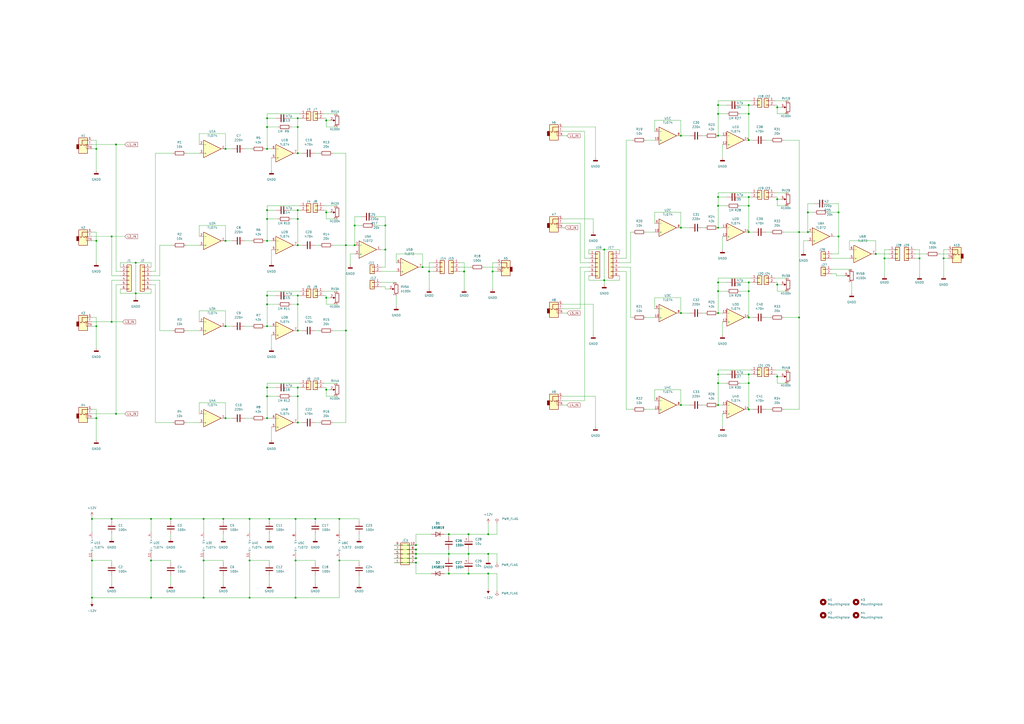
<source format=kicad_sch>
(kicad_sch (version 20211123) (generator eeschema)
  (paper "A2")
  (title_block (comment 1 "Licensed under\n the TAPR Open Hardware License (www.tapr.org/OHL)"))
  (junction (at 78.74 170.18))
  (junction (at 434.34 114.3))
  (junction (at 416.56 181.61))
  (junction (at 55.88 189.23))
  (junction (at 434.34 217.17))
  (junction (at 434.34 168.91))
  (junction (at 271.78 332.74))
  (junction (at 172.72 245.11))
  (junction (at 130.81 189.23))
  (junction (at 87.63 300.99))
  (junction (at 87.63 325.12))
  (junction (at 172.72 176.53))
  (junction (at 241.3 323.85))
  (junction (at 416.56 163.83))
  (junction (at 394.97 234.95))
  (junction (at 118.11 346.71))
  (junction (at 260.35 309.88))
  (junction (at 416.56 78.74))
  (junction (at 172.72 191.77))
  (junction (at 271.78 309.88))
  (junction (at 172.72 224.79))
  (junction (at 416.56 66.04))
  (junction (at 468.63 134.62))
  (junction (at 144.78 346.71))
  (junction (at 182.88 300.99))
  (junction (at 513.08 149.86))
  (junction (at 130.81 242.57))
  (junction (at 434.34 134.62))
  (junction (at 416.56 114.3))
  (junction (at 172.72 121.92))
  (junction (at 154.94 121.92))
  (junction (at 223.52 144.78))
  (junction (at 53.34 325.12))
  (junction (at 156.21 300.99))
  (junction (at 118.11 300.99))
  (junction (at 416.56 217.17))
  (junction (at 172.72 142.24))
  (junction (at 53.34 300.99))
  (junction (at 486.41 137.16))
  (junction (at 154.94 176.53))
  (junction (at 547.37 149.86))
  (junction (at 144.78 325.12))
  (junction (at 450.85 115.57))
  (junction (at 154.94 139.7))
  (junction (at 172.72 171.45))
  (junction (at 468.63 123.19))
  (junction (at 67.31 240.03))
  (junction (at 154.94 189.23))
  (junction (at 241.3 326.39))
  (junction (at 196.85 300.99))
  (junction (at 87.63 346.71))
  (junction (at 154.94 68.58))
  (junction (at 154.94 171.45))
  (junction (at 118.11 325.12))
  (junction (at 416.56 60.96))
  (junction (at 416.56 119.38))
  (junction (at 283.21 309.88))
  (junction (at 53.34 346.71))
  (junction (at 64.77 300.99))
  (junction (at 172.72 68.58))
  (junction (at 205.74 142.24))
  (junction (at 463.55 184.15))
  (junction (at 416.56 168.91))
  (junction (at 154.94 229.87))
  (junction (at 154.94 73.66))
  (junction (at 154.94 242.57))
  (junction (at 200.66 191.77))
  (junction (at 285.75 157.48))
  (junction (at 154.94 86.36))
  (junction (at 434.34 222.25))
  (junction (at 434.34 237.49))
  (junction (at 463.55 134.62))
  (junction (at 434.34 119.38))
  (junction (at 394.97 181.61))
  (junction (at 154.94 127))
  (junction (at 171.45 325.12))
  (junction (at 172.72 229.87))
  (junction (at 508 147.32))
  (junction (at 394.97 78.74))
  (junction (at 55.88 139.7))
  (junction (at 154.94 224.79))
  (junction (at 271.78 321.31))
  (junction (at 144.78 300.99))
  (junction (at 55.88 86.36))
  (junction (at 269.24 157.48))
  (junction (at 67.31 83.82))
  (junction (at 172.72 127))
  (junction (at 205.74 130.81))
  (junction (at 64.77 186.69))
  (junction (at 245.11 154.94))
  (junction (at 172.72 88.9))
  (junction (at 172.72 73.66))
  (junction (at 416.56 234.95))
  (junction (at 533.4 149.86))
  (junction (at 196.85 325.12))
  (junction (at 450.85 62.23))
  (junction (at 350.52 144.78))
  (junction (at 241.3 316.23))
  (junction (at 450.85 165.1))
  (junction (at 394.97 132.08))
  (junction (at 189.23 226.06))
  (junction (at 416.56 132.08))
  (junction (at 171.45 346.71))
  (junction (at 260.35 332.74))
  (junction (at 200.66 142.24))
  (junction (at 434.34 184.15))
  (junction (at 434.34 163.83))
  (junction (at 283.21 321.31))
  (junction (at 260.35 321.31))
  (junction (at 55.88 242.57))
  (junction (at 189.23 123.19))
  (junction (at 78.74 152.4))
  (junction (at 189.23 69.85))
  (junction (at 434.34 81.28))
  (junction (at 99.06 300.99))
  (junction (at 130.81 86.36))
  (junction (at 64.77 137.16))
  (junction (at 350.52 162.56))
  (junction (at 171.45 300.99))
  (junction (at 241.3 318.77))
  (junction (at 189.23 172.72))
  (junction (at 434.34 66.04))
  (junction (at 129.54 300.99))
  (junction (at 450.85 218.44))
  (junction (at 241.3 321.31))
  (junction (at 486.41 123.19))
  (junction (at 130.81 139.7))
  (junction (at 223.52 130.81))
  (junction (at 416.56 222.25))
  (junction (at 434.34 60.96))
  (junction (at 283.21 332.74))
  (junction (at 248.92 157.48))
  (wire (pts (xy 189.23 172.72) (xy 191.77 172.72)))
  (wire (pts (xy 115.57 83.82) (xy 115.57 77.47)))
  (wire (pts (xy 434.34 119.38) (xy 434.34 134.62)))
  (wire (pts (xy 87.63 154.94) (xy 87.63 152.4)))
  (wire (pts (xy 53.34 325.12) (xy 53.34 346.71)))
  (wire (pts (xy 463.55 134.62) (xy 468.63 134.62)))
  (wire (pts (xy 450.85 115.57) (xy 450.85 119.38)))
  (wire (pts (xy 421.64 163.83) (xy 416.56 163.83)))
  (wire (pts (xy 203.2 147.32) (xy 203.2 153.67)))
  (wire (pts (xy 130.81 189.23) (xy 134.62 189.23)))
  (wire (pts (xy 92.71 162.56) (xy 92.71 191.77)))
  (wire (pts (xy 472.44 118.11) (xy 468.63 118.11)))
  (wire (pts (xy 229.87 152.4) (xy 229.87 147.32)))
  (wire (pts (xy 421.64 66.04) (xy 416.56 66.04)))
  (wire (pts (xy 64.77 325.12) (xy 64.77 326.39)))
  (wire (pts (xy 187.96 222.25) (xy 195.58 222.25)))
  (wire (pts (xy 336.55 152.4) (xy 336.55 129.54)))
  (wire (pts (xy 450.85 165.1) (xy 450.85 168.91)))
  (wire (pts (xy 326.39 78.74) (xy 328.93 78.74)))
  (wire (pts (xy 416.56 60.96) (xy 416.56 66.04)))
  (wire (pts (xy 154.94 222.25) (xy 173.99 222.25)))
  (wire (pts (xy 172.72 88.9) (xy 175.26 88.9)))
  (wire (pts (xy 513.08 149.86) (xy 513.08 160.02)))
  (wire (pts (xy 53.34 325.12) (xy 64.77 325.12)))
  (wire (pts (xy 241.3 309.88) (xy 250.19 309.88)))
  (wire (pts (xy 485.14 158.75) (xy 485.14 160.02)))
  (wire (pts (xy 336.55 129.54) (xy 326.39 129.54)))
  (wire (pts (xy 220.98 163.83) (xy 229.87 163.83)))
  (wire (pts (xy 189.23 121.92) (xy 189.23 123.19)))
  (wire (pts (xy 187.96 66.04) (xy 195.58 66.04)))
  (wire (pts (xy 161.29 176.53) (xy 154.94 176.53)))
  (wire (pts (xy 205.74 142.24) (xy 205.74 130.81)))
  (wire (pts (xy 394.97 69.85) (xy 394.97 78.74)))
  (wire (pts (xy 90.17 245.11) (xy 100.33 245.11)))
  (wire (pts (xy 90.17 165.1) (xy 90.17 245.11)))
  (wire (pts (xy 379.73 226.06) (xy 394.97 226.06)))
  (wire (pts (xy 64.77 309.88) (xy 64.77 312.42)))
  (wire (pts (xy 196.85 346.71) (xy 196.85 325.12)))
  (wire (pts (xy 69.85 152.4) (xy 78.74 152.4)))
  (wire (pts (xy 434.34 60.96) (xy 434.34 66.04)))
  (wire (pts (xy 144.78 300.99) (xy 156.21 300.99)))
  (wire (pts (xy 379.73 129.54) (xy 379.73 123.19)))
  (wire (pts (xy 326.39 181.61) (xy 328.93 181.61)))
  (wire (pts (xy 463.55 134.62) (xy 463.55 184.15)))
  (wire (pts (xy 156.21 325.12) (xy 156.21 326.39)))
  (wire (pts (xy 457.2 66.04) (xy 450.85 66.04)))
  (wire (pts (xy 480.06 123.19) (xy 486.41 123.19)))
  (wire (pts (xy 87.63 167.64) (xy 87.63 170.18)))
  (wire (pts (xy 416.56 119.38) (xy 416.56 132.08)))
  (wire (pts (xy 434.34 217.17) (xy 435.61 217.17)))
  (wire (pts (xy 421.64 222.25) (xy 416.56 222.25)))
  (wire (pts (xy 87.63 325.12) (xy 87.63 346.71)))
  (wire (pts (xy 434.34 237.49) (xy 436.88 237.49)))
  (wire (pts (xy 486.41 123.19) (xy 486.41 137.16)))
  (wire (pts (xy 182.88 191.77) (xy 185.42 191.77)))
  (wire (pts (xy 53.34 346.71) (xy 87.63 346.71)))
  (wire (pts (xy 339.09 157.48) (xy 339.09 232.41)))
  (wire (pts (xy 341.63 160.02) (xy 341.63 162.56)))
  (wire (pts (xy 87.63 157.48) (xy 90.17 157.48)))
  (wire (pts (xy 144.78 300.99) (xy 144.78 308.61)))
  (wire (pts (xy 416.56 214.63) (xy 435.61 214.63)))
  (wire (pts (xy 345.44 229.87) (xy 345.44 247.65)))
  (wire (pts (xy 118.11 300.99) (xy 118.11 308.61)))
  (wire (pts (xy 154.94 86.36) (xy 157.48 86.36)))
  (wire (pts (xy 450.85 62.23) (xy 453.39 62.23)))
  (wire (pts (xy 55.88 134.62) (xy 55.88 139.7)))
  (wire (pts (xy 450.85 163.83) (xy 450.85 165.1)))
  (wire (pts (xy 171.45 325.12) (xy 182.88 325.12)))
  (wire (pts (xy 118.11 346.71) (xy 144.78 346.71)))
  (wire (pts (xy 167.64 121.92) (xy 172.72 121.92)))
  (wire (pts (xy 454.66 237.49) (xy 463.55 237.49)))
  (wire (pts (xy 434.34 163.83) (xy 434.34 168.91)))
  (wire (pts (xy 118.11 325.12) (xy 118.11 346.71)))
  (wire (pts (xy 200.66 88.9) (xy 200.66 142.24)))
  (wire (pts (xy 217.17 130.81) (xy 223.52 130.81)))
  (wire (pts (xy 444.5 184.15) (xy 447.04 184.15)))
  (wire (pts (xy 67.31 240.03) (xy 72.39 240.03)))
  (wire (pts (xy 53.34 242.57) (xy 55.88 242.57)))
  (wire (pts (xy 283.21 341.63) (xy 283.21 332.74)))
  (wire (pts (xy 182.88 245.11) (xy 185.42 245.11)))
  (wire (pts (xy 172.72 245.11) (xy 175.26 245.11)))
  (wire (pts (xy 64.77 186.69) (xy 71.12 186.69)))
  (wire (pts (xy 363.22 149.86) (xy 359.41 149.86)))
  (wire (pts (xy 209.55 125.73) (xy 205.74 125.73)))
  (wire (pts (xy 223.52 166.37) (xy 223.52 167.64)))
  (wire (pts (xy 416.56 163.83) (xy 416.56 168.91)))
  (wire (pts (xy 228.6 318.77) (xy 241.3 318.77)))
  (wire (pts (xy 99.06 334.01) (xy 99.06 339.09)))
  (wire (pts (xy 482.6 156.21) (xy 494.03 156.21)))
  (wire (pts (xy 530.86 149.86) (xy 533.4 149.86)))
  (wire (pts (xy 350.52 162.56) (xy 350.52 165.1)))
  (wire (pts (xy 339.09 232.41) (xy 326.39 232.41)))
  (wire (pts (xy 168.91 176.53) (xy 172.72 176.53)))
  (wire (pts (xy 161.29 127) (xy 154.94 127)))
  (wire (pts (xy 182.88 300.99) (xy 196.85 300.99)))
  (wire (pts (xy 416.56 111.76) (xy 435.61 111.76)))
  (wire (pts (xy 53.34 346.71) (xy 53.34 349.25)))
  (wire (pts (xy 187.96 119.38) (xy 195.58 119.38)))
  (wire (pts (xy 171.45 346.71) (xy 196.85 346.71)))
  (wire (pts (xy 407.67 234.95) (xy 408.94 234.95)))
  (wire (pts (xy 144.78 325.12) (xy 144.78 346.71)))
  (wire (pts (xy 260.35 318.77) (xy 260.35 321.31)))
  (wire (pts (xy 336.55 179.07) (xy 326.39 179.07)))
  (wire (pts (xy 90.17 88.9) (xy 90.17 157.48)))
  (wire (pts (xy 92.71 142.24) (xy 92.71 160.02)))
  (wire (pts (xy 530.86 144.78) (xy 533.4 144.78)))
  (wire (pts (xy 394.97 132.08) (xy 400.05 132.08)))
  (wire (pts (xy 154.94 119.38) (xy 173.99 119.38)))
  (wire (pts (xy 182.88 142.24) (xy 185.42 142.24)))
  (wire (pts (xy 64.77 160.02) (xy 69.85 160.02)))
  (wire (pts (xy 118.11 323.85) (xy 118.11 325.12)))
  (wire (pts (xy 367.03 81.28) (xy 363.22 81.28)))
  (wire (pts (xy 203.2 147.32) (xy 205.74 147.32)))
  (wire (pts (xy 171.45 300.99) (xy 171.45 308.61)))
  (wire (pts (xy 64.77 162.56) (xy 64.77 186.69)))
  (wire (pts (xy 379.73 69.85) (xy 394.97 69.85)))
  (wire (pts (xy 168.91 73.66) (xy 172.72 73.66)))
  (wire (pts (xy 429.26 60.96) (xy 434.34 60.96)))
  (wire (pts (xy 450.85 217.17) (xy 450.85 218.44)))
  (wire (pts (xy 189.23 123.19) (xy 189.23 127)))
  (wire (pts (xy 53.34 189.23) (xy 55.88 189.23)))
  (wire (pts (xy 115.57 180.34) (xy 130.81 180.34)))
  (wire (pts (xy 193.04 88.9) (xy 200.66 88.9)))
  (wire (pts (xy 64.77 300.99) (xy 64.77 302.26)))
  (wire (pts (xy 142.24 86.36) (xy 146.05 86.36)))
  (wire (pts (xy 115.57 233.68) (xy 130.81 233.68)))
  (wire (pts (xy 55.88 189.23) (xy 55.88 201.93)))
  (wire (pts (xy 245.11 147.32) (xy 245.11 154.94)))
  (wire (pts (xy 283.21 309.88) (xy 288.29 309.88)))
  (wire (pts (xy 130.81 242.57) (xy 134.62 242.57)))
  (wire (pts (xy 157.48 247.65) (xy 157.48 255.27)))
  (wire (pts (xy 549.91 144.78) (xy 547.37 144.78)))
  (wire (pts (xy 288.29 332.74) (xy 288.29 342.9)))
  (wire (pts (xy 130.81 180.34) (xy 130.81 189.23)))
  (wire (pts (xy 271.78 318.77) (xy 271.78 321.31)))
  (wire (pts (xy 154.94 68.58) (xy 154.94 73.66)))
  (wire (pts (xy 55.88 237.49) (xy 55.88 242.57)))
  (wire (pts (xy 144.78 323.85) (xy 144.78 325.12)))
  (wire (pts (xy 90.17 88.9) (xy 100.33 88.9)))
  (wire (pts (xy 449.58 161.29) (xy 457.2 161.29)))
  (wire (pts (xy 220.98 157.48) (xy 229.87 157.48)))
  (wire (pts (xy 142.24 242.57) (xy 146.05 242.57)))
  (wire (pts (xy 416.56 168.91) (xy 416.56 181.61)))
  (wire (pts (xy 416.56 181.61) (xy 419.1 181.61)))
  (wire (pts (xy 144.78 325.12) (xy 156.21 325.12)))
  (wire (pts (xy 78.74 170.18) (xy 78.74 172.72)))
  (wire (pts (xy 416.56 58.42) (xy 435.61 58.42)))
  (wire (pts (xy 64.77 137.16) (xy 72.39 137.16)))
  (wire (pts (xy 530.86 147.32) (xy 537.21 147.32)))
  (wire (pts (xy 118.11 300.99) (xy 129.54 300.99)))
  (wire (pts (xy 482.6 158.75) (xy 485.14 158.75)))
  (wire (pts (xy 154.94 127) (xy 154.94 139.7)))
  (wire (pts (xy 156.21 334.01) (xy 156.21 339.09)))
  (wire (pts (xy 394.97 234.95) (xy 400.05 234.95)))
  (wire (pts (xy 379.73 123.19) (xy 394.97 123.19)))
  (wire (pts (xy 341.63 157.48) (xy 339.09 157.48)))
  (wire (pts (xy 154.94 171.45) (xy 154.94 176.53)))
  (wire (pts (xy 129.54 300.99) (xy 144.78 300.99)))
  (wire (pts (xy 341.63 152.4) (xy 336.55 152.4)))
  (wire (pts (xy 229.87 147.32) (xy 245.11 147.32)))
  (wire (pts (xy 457.2 168.91) (xy 450.85 168.91)))
  (wire (pts (xy 200.66 142.24) (xy 205.74 142.24)))
  (wire (pts (xy 154.94 168.91) (xy 154.94 171.45)))
  (wire (pts (xy 53.34 81.28) (xy 55.88 81.28)))
  (wire (pts (xy 326.39 132.08) (xy 327.66 132.08)))
  (wire (pts (xy 172.72 127) (xy 172.72 142.24)))
  (wire (pts (xy 208.28 334.01) (xy 208.28 339.09)))
  (wire (pts (xy 157.48 194.31) (xy 157.48 201.93)))
  (wire (pts (xy 172.72 176.53) (xy 172.72 191.77)))
  (wire (pts (xy 421.64 168.91) (xy 416.56 168.91)))
  (wire (pts (xy 429.26 66.04) (xy 434.34 66.04)))
  (wire (pts (xy 172.72 224.79) (xy 173.99 224.79)))
  (wire (pts (xy 416.56 111.76) (xy 416.56 114.3)))
  (wire (pts (xy 326.39 176.53) (xy 344.17 176.53)))
  (wire (pts (xy 87.63 160.02) (xy 92.71 160.02)))
  (wire (pts (xy 195.58 229.87) (xy 189.23 229.87)))
  (wire (pts (xy 416.56 114.3) (xy 416.56 119.38)))
  (wire (pts (xy 167.64 224.79) (xy 172.72 224.79)))
  (wire (pts (xy 154.94 222.25) (xy 154.94 224.79)))
  (wire (pts (xy 468.63 134.62) (xy 468.63 123.19)))
  (wire (pts (xy 434.34 163.83) (xy 435.61 163.83)))
  (wire (pts (xy 87.63 170.18) (xy 78.74 170.18)))
  (wire (pts (xy 129.54 325.12) (xy 129.54 326.39)))
  (wire (pts (xy 142.24 139.7) (xy 146.05 139.7)))
  (wire (pts (xy 416.56 78.74) (xy 419.1 78.74)))
  (wire (pts (xy 189.23 171.45) (xy 189.23 172.72)))
  (wire (pts (xy 450.85 60.96) (xy 450.85 62.23)))
  (wire (pts (xy 53.34 240.03) (xy 67.31 240.03)))
  (wire (pts (xy 449.58 214.63) (xy 457.2 214.63)))
  (wire (pts (xy 78.74 152.4) (xy 78.74 170.18)))
  (wire (pts (xy 153.67 189.23) (xy 154.94 189.23)))
  (wire (pts (xy 167.64 171.45) (xy 172.72 171.45)))
  (wire (pts (xy 429.26 217.17) (xy 434.34 217.17)))
  (wire (pts (xy 429.26 168.91) (xy 434.34 168.91)))
  (wire (pts (xy 434.34 168.91) (xy 434.34 184.15)))
  (wire (pts (xy 434.34 60.96) (xy 435.61 60.96)))
  (wire (pts (xy 69.85 170.18) (xy 69.85 167.64)))
  (wire (pts (xy 533.4 149.86) (xy 533.4 160.02)))
  (wire (pts (xy 64.77 162.56) (xy 69.85 162.56)))
  (wire (pts (xy 160.02 68.58) (xy 154.94 68.58)))
  (wire (pts (xy 508 147.32) (xy 515.62 147.32)))
  (wire (pts (xy 99.06 300.99) (xy 99.06 302.26)))
  (wire (pts (xy 69.85 154.94) (xy 69.85 152.4)))
  (wire (pts (xy 130.81 233.68) (xy 130.81 242.57)))
  (wire (pts (xy 266.7 157.48) (xy 269.24 157.48)))
  (wire (pts (xy 468.63 118.11) (xy 468.63 123.19)))
  (wire (pts (xy 208.28 325.12) (xy 208.28 326.39)))
  (wire (pts (xy 53.34 184.15) (xy 55.88 184.15)))
  (wire (pts (xy 492.76 144.78) (xy 492.76 139.7)))
  (wire (pts (xy 189.23 123.19) (xy 191.77 123.19)))
  (wire (pts (xy 416.56 222.25) (xy 416.56 234.95)))
  (wire (pts (xy 416.56 217.17) (xy 416.56 222.25)))
  (wire (pts (xy 416.56 58.42) (xy 416.56 60.96)))
  (wire (pts (xy 78.74 170.18) (xy 69.85 170.18)))
  (wire (pts (xy 416.56 234.95) (xy 419.1 234.95)))
  (wire (pts (xy 260.35 321.31) (xy 271.78 321.31)))
  (wire (pts (xy 53.34 83.82) (xy 67.31 83.82)))
  (wire (pts (xy 544.83 147.32) (xy 549.91 147.32)))
  (wire (pts (xy 171.45 325.12) (xy 171.45 346.71)))
  (wire (pts (xy 359.41 144.78) (xy 350.52 144.78)))
  (wire (pts (xy 172.72 68.58) (xy 172.72 73.66)))
  (wire (pts (xy 53.34 300.99) (xy 64.77 300.99)))
  (wire (pts (xy 64.77 300.99) (xy 87.63 300.99)))
  (wire (pts (xy 156.21 300.99) (xy 171.45 300.99)))
  (wire (pts (xy 341.63 154.94) (xy 336.55 154.94)))
  (wire (pts (xy 53.34 237.49) (xy 55.88 237.49)))
  (wire (pts (xy 326.39 76.2) (xy 339.09 76.2)))
  (wire (pts (xy 154.94 242.57) (xy 157.48 242.57)))
  (wire (pts (xy 419.1 83.82) (xy 419.1 91.44)))
  (wire (pts (xy 421.64 119.38) (xy 416.56 119.38)))
  (wire (pts (xy 533.4 144.78) (xy 533.4 149.86)))
  (wire (pts (xy 200.66 142.24) (xy 200.66 191.77)))
  (wire (pts (xy 223.52 144.78) (xy 220.98 144.78)))
  (wire (pts (xy 434.34 66.04) (xy 434.34 81.28)))
  (wire (pts (xy 260.35 309.88) (xy 271.78 309.88)))
  (wire (pts (xy 257.81 332.74) (xy 260.35 332.74)))
  (wire (pts (xy 168.91 127) (xy 172.72 127)))
  (wire (pts (xy 494.03 163.83) (xy 494.03 170.18)))
  (wire (pts (xy 266.7 152.4) (xy 269.24 152.4)))
  (wire (pts (xy 154.94 119.38) (xy 154.94 121.92)))
  (wire (pts (xy 87.63 165.1) (xy 90.17 165.1)))
  (wire (pts (xy 92.71 142.24) (xy 100.33 142.24)))
  (wire (pts (xy 367.03 134.62) (xy 365.76 134.62)))
  (wire (pts (xy 419.1 186.69) (xy 419.1 194.31)))
  (wire (pts (xy 374.65 81.28) (xy 379.73 81.28)))
  (wire (pts (xy 182.88 88.9) (xy 185.42 88.9)))
  (wire (pts (xy 547.37 149.86) (xy 547.37 160.02)))
  (wire (pts (xy 64.77 137.16) (xy 64.77 160.02)))
  (wire (pts (xy 547.37 149.86) (xy 549.91 149.86)))
  (wire (pts (xy 260.35 332.74) (xy 271.78 332.74)))
  (wire (pts (xy 193.04 191.77) (xy 200.66 191.77)))
  (wire (pts (xy 394.97 78.74) (xy 400.05 78.74)))
  (wire (pts (xy 92.71 191.77) (xy 100.33 191.77)))
  (wire (pts (xy 182.88 325.12) (xy 182.88 326.39)))
  (wire (pts (xy 196.85 300.99) (xy 196.85 308.61)))
  (wire (pts (xy 421.64 114.3) (xy 416.56 114.3)))
  (wire (pts (xy 99.06 325.12) (xy 99.06 326.39)))
  (wire (pts (xy 421.64 60.96) (xy 416.56 60.96)))
  (wire (pts (xy 144.78 346.71) (xy 171.45 346.71)))
  (wire (pts (xy 486.41 118.11) (xy 486.41 123.19)))
  (wire (pts (xy 283.21 332.74) (xy 271.78 332.74)))
  (wire (pts (xy 99.06 309.88) (xy 99.06 312.42)))
  (wire (pts (xy 513.08 149.86) (xy 515.62 149.86)))
  (wire (pts (xy 450.85 114.3) (xy 450.85 115.57)))
  (wire (pts (xy 434.34 114.3) (xy 435.61 114.3)))
  (wire (pts (xy 171.45 323.85) (xy 171.45 325.12)))
  (wire (pts (xy 288.29 152.4) (xy 285.75 152.4)))
  (wire (pts (xy 187.96 168.91) (xy 195.58 168.91)))
  (wire (pts (xy 363.22 81.28) (xy 363.22 149.86)))
  (wire (pts (xy 196.85 325.12) (xy 208.28 325.12)))
  (wire (pts (xy 189.23 226.06) (xy 191.77 226.06)))
  (wire (pts (xy 463.55 184.15) (xy 463.55 237.49)))
  (wire (pts (xy 67.31 83.82) (xy 67.31 157.48)))
  (wire (pts (xy 280.67 154.94) (xy 288.29 154.94)))
  (wire (pts (xy 513.08 144.78) (xy 513.08 149.86)))
  (wire (pts (xy 350.52 144.78) (xy 350.52 162.56)))
  (wire (pts (xy 450.85 218.44) (xy 450.85 222.25)))
  (wire (pts (xy 379.73 172.72) (xy 394.97 172.72)))
  (wire (pts (xy 55.88 139.7) (xy 55.88 152.4)))
  (wire (pts (xy 374.65 184.15) (xy 379.73 184.15)))
  (wire (pts (xy 429.26 119.38) (xy 434.34 119.38)))
  (wire (pts (xy 195.58 73.66) (xy 189.23 73.66)))
  (wire (pts (xy 285.75 152.4) (xy 285.75 157.48)))
  (wire (pts (xy 172.72 68.58) (xy 173.99 68.58)))
  (wire (pts (xy 416.56 161.29) (xy 435.61 161.29)))
  (wire (pts (xy 189.23 121.92) (xy 187.96 121.92)))
  (wire (pts (xy 450.85 60.96) (xy 449.58 60.96)))
  (wire (pts (xy 454.66 184.15) (xy 463.55 184.15)))
  (wire (pts (xy 193.04 245.11) (xy 200.66 245.11)))
  (wire (pts (xy 326.39 229.87) (xy 345.44 229.87)))
  (wire (pts (xy 486.41 137.16) (xy 483.87 137.16)))
  (wire (pts (xy 482.6 147.32) (xy 486.41 147.32)))
  (wire (pts (xy 457.2 119.38) (xy 450.85 119.38)))
  (wire (pts (xy 87.63 346.71) (xy 118.11 346.71)))
  (wire (pts (xy 189.23 224.79) (xy 189.23 226.06)))
  (wire (pts (xy 241.3 332.74) (xy 250.19 332.74)))
  (wire (pts (xy 508 139.7) (xy 508 147.32)))
  (wire (pts (xy 154.94 121.92) (xy 154.94 127)))
  (wire (pts (xy 269.24 152.4) (xy 269.24 157.48)))
  (wire (pts (xy 429.26 222.25) (xy 434.34 222.25)))
  (wire (pts (xy 223.52 144.78) (xy 223.52 154.94)))
  (wire (pts (xy 271.78 321.31) (xy 271.78 323.85)))
  (wire (pts (xy 156.21 300.99) (xy 156.21 302.26)))
  (wire (pts (xy 154.94 139.7) (xy 157.48 139.7)))
  (wire (pts (xy 189.23 68.58) (xy 187.96 68.58)))
  (wire (pts (xy 53.34 186.69) (xy 64.77 186.69)))
  (wire (pts (xy 241.3 316.23) (xy 241.3 309.88)))
  (wire (pts (xy 450.85 218.44) (xy 453.39 218.44)))
  (wire (pts (xy 172.72 121.92) (xy 172.72 127)))
  (wire (pts (xy 363.22 237.49) (xy 367.03 237.49)))
  (wire (pts (xy 419.1 240.03) (xy 419.1 247.65)))
  (wire (pts (xy 64.77 137.16) (xy 53.34 137.16)))
  (wire (pts (xy 547.37 144.78) (xy 547.37 149.86)))
  (wire (pts (xy 345.44 73.66) (xy 345.44 91.44)))
  (wire (pts (xy 450.85 165.1) (xy 453.39 165.1)))
  (wire (pts (xy 492.76 139.7) (xy 508 139.7)))
  (wire (pts (xy 450.85 163.83) (xy 449.58 163.83)))
  (wire (pts (xy 394.97 226.06) (xy 394.97 234.95)))
  (wire (pts (xy 154.94 176.53) (xy 154.94 189.23)))
  (wire (pts (xy 416.56 132.08) (xy 419.1 132.08)))
  (wire (pts (xy 87.63 152.4) (xy 78.74 152.4)))
  (wire (pts (xy 288.29 321.31) (xy 288.29 326.39)))
  (wire (pts (xy 142.24 189.23) (xy 146.05 189.23)))
  (wire (pts (xy 154.94 189.23) (xy 157.48 189.23)))
  (wire (pts (xy 157.48 91.44) (xy 157.48 99.06)))
  (wire (pts (xy 283.21 321.31) (xy 283.21 325.12)))
  (wire (pts (xy 118.11 325.12) (xy 129.54 325.12)))
  (wire (pts (xy 336.55 154.94) (xy 336.55 179.07)))
  (wire (pts (xy 251.46 152.4) (xy 248.92 152.4)))
  (wire (pts (xy 171.45 300.99) (xy 182.88 300.99)))
  (wire (pts (xy 363.22 157.48) (xy 363.22 237.49)))
  (wire (pts (xy 130.81 130.81) (xy 130.81 139.7)))
  (wire (pts (xy 394.97 172.72) (xy 394.97 181.61)))
  (wire (pts (xy 468.63 123.19) (xy 472.44 123.19)))
  (wire (pts (xy 172.72 121.92) (xy 173.99 121.92)))
  (wire (pts (xy 260.35 332.74) (xy 260.35 331.47)))
  (wire (pts (xy 416.56 214.63) (xy 416.56 217.17)))
  (wire (pts (xy 288.29 309.88) (xy 288.29 303.53)))
  (wire (pts (xy 482.6 149.86) (xy 492.76 149.86)))
  (wire (pts (xy 205.74 125.73) (xy 205.74 130.81)))
  (wire (pts (xy 115.57 186.69) (xy 115.57 180.34)))
  (wire (pts (xy 434.34 222.25) (xy 434.34 237.49)))
  (wire (pts (xy 466.09 139.7) (xy 468.63 139.7)))
  (wire (pts (xy 480.06 118.11) (xy 486.41 118.11)))
  (wire (pts (xy 53.34 139.7) (xy 55.88 139.7)))
  (wire (pts (xy 374.65 134.62) (xy 379.73 134.62)))
  (wire (pts (xy 107.95 191.77) (xy 115.57 191.77)))
  (wire (pts (xy 350.52 162.56) (xy 341.63 162.56)))
  (wire (pts (xy 229.87 171.45) (xy 229.87 177.8)))
  (wire (pts (xy 367.03 184.15) (xy 365.76 184.15)))
  (wire (pts (xy 248.92 157.48) (xy 248.92 167.64)))
  (wire (pts (xy 55.88 86.36) (xy 55.88 99.06)))
  (wire (pts (xy 450.85 217.17) (xy 449.58 217.17)))
  (wire (pts (xy 341.63 147.32) (xy 341.63 144.78)))
  (wire (pts (xy 87.63 300.99) (xy 99.06 300.99)))
  (wire (pts (xy 53.34 134.62) (xy 55.88 134.62)))
  (wire (pts (xy 115.57 137.16) (xy 115.57 130.81)))
  (wire (pts (xy 241.3 318.77) (xy 241.3 321.31)))
  (wire (pts (xy 283.21 303.53) (xy 283.21 309.88)))
  (wire (pts (xy 153.67 242.57) (xy 154.94 242.57)))
  (wire (pts (xy 182.88 334.01) (xy 182.88 339.09)))
  (wire (pts (xy 283.21 321.31) (xy 288.29 321.31)))
  (wire (pts (xy 130.81 86.36) (xy 134.62 86.36)))
  (wire (pts (xy 271.78 332.74) (xy 271.78 331.47)))
  (wire (pts (xy 326.39 127) (xy 344.17 127)))
  (wire (pts (xy 429.26 114.3) (xy 434.34 114.3)))
  (wire (pts (xy 53.34 86.36) (xy 55.88 86.36)))
  (wire (pts (xy 359.41 162.56) (xy 350.52 162.56)))
  (wire (pts (xy 200.66 191.77) (xy 200.66 245.11)))
  (wire (pts (xy 245.11 154.94) (xy 251.46 154.94)))
  (wire (pts (xy 457.2 222.25) (xy 450.85 222.25)))
  (wire (pts (xy 161.29 73.66) (xy 154.94 73.66)))
  (wire (pts (xy 407.67 78.74) (xy 408.94 78.74)))
  (wire (pts (xy 193.04 142.24) (xy 200.66 142.24)))
  (wire (pts (xy 363.22 157.48) (xy 359.41 157.48)))
  (wire (pts (xy 419.1 137.16) (xy 419.1 144.78)))
  (wire (pts (xy 248.92 152.4) (xy 248.92 157.48)))
  (wire (pts (xy 107.95 245.11) (xy 115.57 245.11)))
  (wire (pts (xy 154.94 168.91) (xy 173.99 168.91)))
  (wire (pts (xy 434.34 184.15) (xy 436.88 184.15)))
  (wire (pts (xy 416.56 161.29) (xy 416.56 163.83)))
  (wire (pts (xy 53.34 300.99) (xy 53.34 308.61)))
  (wire (pts (xy 191.77 69.85) (xy 189.23 69.85)))
  (wire (pts (xy 153.67 139.7) (xy 154.94 139.7)))
  (wire (pts (xy 154.94 73.66) (xy 154.94 86.36)))
  (wire (pts (xy 271.78 309.88) (xy 271.78 311.15)))
  (wire (pts (xy 55.88 184.15) (xy 55.88 189.23)))
  (wire (pts (xy 168.91 229.87) (xy 172.72 229.87)))
  (wire (pts (xy 208.28 300.99) (xy 208.28 302.26)))
  (wire (pts (xy 223.52 167.64) (xy 226.06 167.64)))
  (wire (pts (xy 450.85 114.3) (xy 449.58 114.3)))
  (wire (pts (xy 67.31 157.48) (xy 69.85 157.48)))
  (wire (pts (xy 223.52 125.73) (xy 223.52 130.81)))
  (wire (pts (xy 260.35 309.88) (xy 260.35 311.15)))
  (wire (pts (xy 228.6 323.85) (xy 241.3 323.85)))
  (wire (pts (xy 99.06 300.99) (xy 118.11 300.99)))
  (wire (pts (xy 365.76 154.94) (xy 365.76 184.15)))
  (wire (pts (xy 266.7 154.94) (xy 273.05 154.94)))
  (wire (pts (xy 444.5 81.28) (xy 447.04 81.28)))
  (wire (pts (xy 107.95 142.24) (xy 115.57 142.24)))
  (wire (pts (xy 115.57 130.81) (xy 130.81 130.81)))
  (wire (pts (xy 53.34 323.85) (xy 53.34 325.12)))
  (wire (pts (xy 115.57 240.03) (xy 115.57 233.68)))
  (wire (pts (xy 172.72 171.45) (xy 173.99 171.45)))
  (wire (pts (xy 67.31 165.1) (xy 67.31 240.03)))
  (wire (pts (xy 157.48 144.78) (xy 157.48 152.4)))
  (wire (pts (xy 241.3 321.31) (xy 241.3 323.85)))
  (wire (pts (xy 154.94 66.04) (xy 173.99 66.04)))
  (wire (pts (xy 359.41 147.32) (xy 359.41 144.78)))
  (wire (pts (xy 379.73 179.07) (xy 379.73 172.72)))
  (wire (pts (xy 344.17 134.62) (xy 344.17 127)))
  (wire (pts (xy 359.41 154.94) (xy 365.76 154.94)))
  (wire (pts (xy 241.3 321.31) (xy 260.35 321.31)))
  (wire (pts (xy 69.85 165.1) (xy 67.31 165.1)))
  (wire (pts (xy 172.72 191.77) (xy 175.26 191.77)))
  (wire (pts (xy 154.94 66.04) (xy 154.94 68.58)))
  (wire (pts (xy 129.54 300.99) (xy 129.54 302.26)))
  (wire (pts (xy 67.31 83.82) (xy 72.39 83.82)))
  (wire (pts (xy 283.21 332.74) (xy 288.29 332.74)))
  (wire (pts (xy 55.88 242.57) (xy 55.88 255.27)))
  (wire (pts (xy 463.55 81.28) (xy 463.55 134.62)))
  (wire (pts (xy 374.65 237.49) (xy 379.73 237.49)))
  (wire (pts (xy 129.54 334.01) (xy 129.54 339.09)))
  (wire (pts (xy 449.58 58.42) (xy 457.2 58.42)))
  (wire (pts (xy 64.77 334.01) (xy 64.77 339.09)))
  (wire (pts (xy 160.02 224.79) (xy 154.94 224.79)))
  (wire (pts (xy 241.3 326.39) (xy 241.3 332.74)))
  (wire (pts (xy 172.72 229.87) (xy 172.72 245.11)))
  (wire (pts (xy 359.41 160.02) (xy 359.41 162.56)))
  (wire (pts (xy 454.66 134.62) (xy 463.55 134.62)))
  (wire (pts (xy 160.02 171.45) (xy 154.94 171.45)))
  (wire (pts (xy 87.63 162.56) (xy 92.71 162.56)))
  (wire (pts (xy 154.94 229.87) (xy 154.94 242.57)))
  (wire (pts (xy 248.92 157.48) (xy 251.46 157.48)))
  (wire (pts (xy 217.17 125.73) (xy 223.52 125.73)))
  (wire (pts (xy 189.23 224.79) (xy 187.96 224.79)))
  (wire (pts (xy 156.21 309.88) (xy 156.21 312.42)))
  (wire (pts (xy 434.34 81.28) (xy 436.88 81.28)))
  (wire (pts (xy 129.54 309.88) (xy 129.54 312.42)))
  (wire (pts (xy 87.63 323.85) (xy 87.63 325.12)))
  (wire (pts (xy 394.97 181.61) (xy 400.05 181.61)))
  (wire (pts (xy 434.34 114.3) (xy 434.34 119.38)))
  (wire (pts (xy 154.94 224.79) (xy 154.94 229.87)))
  (wire (pts (xy 161.29 229.87) (xy 154.94 229.87)))
  (wire (pts (xy 285.75 157.48) (xy 285.75 167.64)))
  (wire (pts (xy 189.23 172.72) (xy 189.23 176.53)))
  (wire (pts (xy 196.85 323.85) (xy 196.85 325.12)))
  (wire (pts (xy 189.23 226.06) (xy 189.23 229.87)))
  (wire (pts (xy 379.73 232.41) (xy 379.73 226.06)))
  (wire (pts (xy 130.81 77.47) (xy 130.81 86.36)))
  (wire (pts (xy 228.6 321.31) (xy 241.3 321.31)))
  (wire (pts (xy 454.66 81.28) (xy 463.55 81.28)))
  (wire (pts (xy 444.5 237.49) (xy 447.04 237.49)))
  (wire (pts (xy 220.98 166.37) (xy 223.52 166.37)))
  (wire (pts (xy 160.02 121.92) (xy 154.94 121.92)))
  (wire (pts (xy 271.78 321.31) (xy 283.21 321.31)))
  (wire (pts (xy 339.09 149.86) (xy 341.63 149.86)))
  (wire (pts (xy 429.26 163.83) (xy 434.34 163.83)))
  (wire (pts (xy 449.58 111.76) (xy 457.2 111.76)))
  (wire (pts (xy 365.76 134.62) (xy 365.76 152.4)))
  (wire (pts (xy 450.85 115.57) (xy 453.39 115.57)))
  (wire (pts (xy 107.95 88.9) (xy 115.57 88.9)))
  (wire (pts (xy 485.14 160.02) (xy 490.22 160.02)))
  (wire (pts (xy 434.34 134.62) (xy 436.88 134.62)))
  (wire (pts (xy 172.72 171.45) (xy 172.72 176.53)))
  (wire (pts (xy 434.34 217.17) (xy 434.34 222.25)))
  (wire (pts (xy 326.39 73.66) (xy 345.44 73.66)))
  (wire (pts (xy 339.09 76.2) (xy 339.09 149.86)))
  (wire (pts (xy 341.63 144.78) (xy 350.52 144.78)))
  (wire (pts (xy 189.23 73.66) (xy 189.23 69.85)))
  (wire (pts (xy 53.34 299.72) (xy 53.34 300.99)))
  (wire (pts (xy 196.85 300.99) (xy 208.28 300.99)))
  (wire (pts (xy 379.73 76.2) (xy 379.73 69.85)))
  (wire (pts (xy 172.72 142.24) (xy 175.26 142.24)))
  (wire (pts (xy 130.81 139.7) (xy 134.62 139.7)))
  (wire (pts (xy 195.58 127) (xy 189.23 127)))
  (wire (pts (xy 285.75 157.48) (xy 288.29 157.48)))
  (wire (pts (xy 55.88 81.28) (xy 55.88 86.36)))
  (wire (pts (xy 153.67 86.36) (xy 154.94 86.36)))
  (wire (pts (xy 515.62 144.78) (xy 513.08 144.78)))
  (wire (pts (xy 260.35 321.31) (xy 260.35 323.85)))
  (wire (pts (xy 444.5 134.62) (xy 447.04 134.62)))
  (wire (pts (xy 257.81 309.88) (xy 260.35 309.88)))
  (wire (pts (xy 189.23 171.45) (xy 187.96 171.45)))
  (wire (pts (xy 283.21 309.88) (xy 271.78 309.88)))
  (wire (pts (xy 416.56 66.04) (xy 416.56 78.74)))
  (wire (pts (xy 394.97 123.19) (xy 394.97 132.08)))
  (wire (pts (xy 167.64 68.58) (xy 172.72 68.58)))
  (wire (pts (xy 269.24 157.48) (xy 269.24 167.64)))
  (wire (pts (xy 228.6 326.39) (xy 241.3 326.39)))
  (wire (pts (xy 223.52 154.94) (xy 220.98 154.94)))
  (wire (pts (xy 87.63 325.12) (xy 99.06 325.12)))
  (wire (pts (xy 172.72 224.79) (xy 172.72 229.87)))
  (wire (pts (xy 486.41 137.16) (xy 486.41 147.32)))
  (wire (pts (xy 228.6 316.23) (xy 241.3 316.23)))
  (wire (pts (xy 365.76 152.4) (xy 359.41 152.4)))
  (wire (pts (xy 195.58 176.53) (xy 189.23 176.53)))
  (wire (pts (xy 205.74 130.81) (xy 209.55 130.81)))
  (wire (pts (xy 344.17 176.53) (xy 344.17 194.31)))
  (wire (pts (xy 407.67 132.08) (xy 408.94 132.08)))
  (wire (pts (xy 421.64 217.17) (xy 416.56 217.17)))
  (wire (pts (xy 407.67 181.61) (xy 408.94 181.61)))
  (wire (pts (xy 326.39 234.95) (xy 328.93 234.95)))
  (wire (pts (xy 189.23 69.85) (xy 189.23 68.58)))
  (wire (pts (xy 223.52 130.81) (xy 223.52 144.78)))
  (wire (pts (xy 182.88 300.99) (xy 182.88 302.26)))
  (wire (pts (xy 466.09 139.7) (xy 466.09 146.05)))
  (wire (pts (xy 115.57 77.47) (xy 130.81 77.47)))
  (wire (pts (xy 182.88 309.88) (xy 182.88 312.42)))
  (wire (pts (xy 450.85 62.23) (xy 450.85 66.04)))
  (wire (pts (xy 208.28 309.88) (xy 208.28 312.42)))
  (wire (pts (xy 172.72 73.66) (xy 172.72 88.9)))
  (wire (pts (xy 87.63 300.99) (xy 87.63 308.61)))
  (global_label "L4_IN" (shape input) (at 72.39 240.03 0) (property "Intersheet References" "${INTERSHEET_REFS}" (effects hide)))
  (global_label "L2_IN" (shape input) (at 72.39 137.16 0) (property "Intersheet References" "${INTERSHEET_REFS}" (effects hide)))
  (global_label "L4_IN" (shape input) (at 328.93 234.95 0) (property "Intersheet References" "${INTERSHEET_REFS}" (effects hide)))
  (global_label "L2_IN" (shape input) (at 327.66 132.08 0) (property "Intersheet References" "${INTERSHEET_REFS}" (effects hide)))
  (global_label "L1_IN" (shape input) (at 328.93 78.74 0) (property "Intersheet References" "${INTERSHEET_REFS}" (effects hide)))
  (global_label "L3_IN" (shape input) (at 328.93 181.61 0) (property "Intersheet References" "${INTERSHEET_REFS}" (effects hide)))
  (global_label "L3_IN" (shape input) (at 71.12 186.69 0) (property "Intersheet References" "${INTERSHEET_REFS}" (effects hide)))
  (global_label "L1_IN" (shape input) (at 72.39 83.82 0) (property "Intersheet References" "${INTERSHEET_REFS}" (effects hide)))
  (symbol (lib_id "power:-12V") (at 283.21 341.63 180) (unit 1)
    (property "Reference" "#PWR034" (effects hide))
    (property "Value" "-12V" (at 283.21 346.71 0))
  )
  (symbol (lib_id "Device:R") (at 104.14 191.77 90) (unit 1)
    (property "Reference" "R3" (at 104.14 185.42 90))
    (property "Value" "10k" (at 104.14 187.96 90))
    (property "Footprint" "Resistor_THT:R_Axial_DIN0207_L6.3mm_D2.5mm_P2.54mm_Vertical" (effects hide))
  )
  (symbol (lib_id "Device:C") (at 179.07 88.9 90) (unit 1)
    (property "Reference" "C19" (at 179.07 81.28 90))
    (property "Value" "470n" (at 179.07 83.82 90))
    (property "Footprint" "Capacitor_THT:C_Rect_L7.2mm_W3.5mm_P5.00mm_FKS2_FKP2_MKS2_MKP2" (effects hide))
    (property "Part" "B32529C0474J289" (effects hide))
  )
  (symbol (lib_id "Device:C") (at 260.35 327.66 0) (unit 1)
    (property "Reference" "C27" (at 264.16 326.3899 0) (effects (justify left)))
    (property "Value" "100n" (at 264.16 328.9299 0) (effects (justify left)))
    (property "Footprint" "Capacitor_SMD:C_0805_2012Metric_Pad1.18x1.45mm_HandSolder" (effects hide))
    (property "Part" "CC0805KPX7R9104" (effects hide))
  )
  (symbol (lib_id "Device:C") (at 138.43 139.7 270) (unit 1)
    (property "Reference" "C8" (at 138.43 132.08 90))
    (property "Value" "220n" (at 138.43 134.62 90))
    (property "Footprint" "Capacitor_THT:C_Rect_L7.2mm_W2.5mm_P5.00mm_FKS2_FKP2_MKS2_MKP2" (effects hide))
    (property "Part" "B32529C0224J000" (effects hide))
  )
  (symbol (lib_id "Device:C") (at 403.86 234.95 90) (unit 1)
    (property "Reference" "C33" (at 403.86 227.33 90))
    (property "Value" "220n" (at 403.86 229.87 90))
    (property "Footprint" "Capacitor_THT:C_Rect_L7.2mm_W2.5mm_P5.00mm_FKS2_FKP2_MKS2_MKP2" (effects hide))
    (property "Part" "B32529C0224J000" (effects hide))
  )
  (symbol (lib_id "power:GNDD") (at 55.88 99.06 0) (unit 1)
    (property "Reference" "#PWR03" (effects hide))
    (property "Value" "GNDD" (at 55.88 104.14 0))
  )
  (symbol (lib_id "Device:R") (at 412.75 132.08 270) (unit 1)
    (property "Reference" "R24" (at 412.75 125.73 90))
    (property "Value" "43k" (at 412.75 128.27 90))
    (property "Footprint" "Resistor_THT:R_Axial_DIN0207_L6.3mm_D2.5mm_P2.54mm_Vertical" (effects hide))
  )
  (symbol (lib_id "Connector_Generic:Conn_01x06") (at 82.55 160.02 0) (mirror y) (unit 1)
    (property "Reference" "J2" (at 82.55 151.13 0))
    (property "Value" "Conn_01x06" (effects hide))
    (property "Footprint" "Connector_PinHeader_2.54mm:PinHeader_1x06_P2.54mm_Vertical" (effects hide))
  )
  (symbol (lib_id "Mechanical:MountingHole") (at 496.57 349.25 0) (unit 1)
    (property "Reference" "H3" (at 499.11 347.9799 0) (effects (justify left)))
    (property "Value" "MountingHole" (at 499.11 350.5199 0) (effects (justify left)))
    (property "Footprint" "MountingHole:MountingHole_3.2mm_M3" (effects hide))
  )
  (symbol (lib_id "Connector:AudioJack2_SwitchT") (at 321.31 232.41 0) (unit 1)
    (property "Reference" "A9" (at 321.31 227.33 0))
    (property "Footprint" "AudioJacks:Jack_3.5mm_QingPu_WQP-PJ398SM_Vertical" (effects hide))
  )
  (symbol (lib_id "Amplifier_Operational:TL074") (at 426.72 237.49 0) (mirror x) (unit 4)
    (property "Reference" "U4" (at 426.72 229.87 0))
    (property "Value" "TL074" (at 426.72 232.41 0))
    (property "Footprint" "Package_DIP:DIP-14_W7.62mm_Socket_LongPads" (effects hide))
    (property "Datasheet" "http://www.ti.com/lit/ds/symlink/tl071.pdf" (effects hide))
  )
  (symbol (lib_id "power:GNDD") (at 350.52 165.1 0) (unit 1)
    (property "Reference" "#PWR040" (effects hide))
    (property "Value" "GNDD" (at 350.52 170.18 0))
  )
  (symbol (lib_id "power:GNDD") (at 229.87 177.8 0) (unit 1)
    (property "Reference" "#PWR029" (effects hide))
    (property "Value" "GNDD" (at 229.87 182.88 0))
  )
  (symbol (lib_id "Connector_Generic:Conn_01x02") (at 440.69 214.63 0) (unit 1)
    (property "Reference" "J21" (at 439.42 212.09 0) (effects (justify left)))
    (property "Value" "Conn_01x02" (effects hide))
    (property "Footprint" "Connector_PinHeader_2.54mm:PinHeader_1x02_P2.54mm_Vertical" (effects hide))
  )
  (symbol (lib_id "Amplifier_Operational:TL074") (at 123.19 189.23 0) (mirror x) (unit 1)
    (property "Reference" "U3" (at 123.19 179.07 0))
    (property "Value" "TL074" (at 123.19 181.61 0))
    (property "Footprint" "Package_DIP:DIP-14_W7.62mm_Socket_LongPads" (effects hide))
    (property "Datasheet" "http://www.ti.com/lit/ds/symlink/tl071.pdf" (effects hide))
  )
  (symbol (lib_id "Amplifier_Operational:TL074") (at 120.65 316.23 0) (unit 5)
    (property "Reference" "U3" (at 119.38 314.9599 0) (effects (justify left)))
    (property "Value" "TL074" (at 119.38 317.4999 0) (effects (justify left)))
    (property "Footprint" "Package_DIP:DIP-14_W7.62mm_Socket_LongPads" (effects hide))
    (property "Datasheet" "http://www.ti.com/lit/ds/symlink/tl071.pdf" (effects hide))
  )
  (symbol (lib_id "Connector:AudioJack2_SwitchT") (at 48.26 137.16 0) (unit 1)
    (property "Reference" "A2" (at 48.26 132.08 0))
    (property "Footprint" "AudioJacks:Jack_3.5mm_QingPu_WQP-PJ398SM_Vertical" (effects hide))
  )
  (symbol (lib_id "Device:C") (at 208.28 330.2 180) (unit 1)
    (property "Reference" "C24" (at 212.09 328.9299 0) (effects (justify right)))
    (property "Value" "100n" (at 212.09 331.4699 0) (effects (justify right)))
    (property "Footprint" "Capacitor_SMD:C_0805_2012Metric_Pad1.18x1.45mm_HandSolder" (effects hide))
    (property "Part" "CC0805KPX7R9104" (effects hide))
  )
  (symbol (lib_id "power:GNDD") (at 466.09 146.05 0) (unit 1)
    (property "Reference" "#PWR049" (effects hide))
    (property "Value" "GNDD" (at 466.09 151.13 0))
  )
  (symbol (lib_id "Device:C") (at 213.36 125.73 90) (unit 1)
    (property "Reference" "C25" (at 215.9 124.46 90))
    (property "Value" "220p" (at 217.17 127 90))
    (property "Footprint" "Capacitor_THT:C_Disc_D4.3mm_W1.9mm_P5.00mm" (effects hide))
    (property "Part" "CT40805N221J500F3R" (effects hide))
  )
  (symbol (lib_id "power:GNDD") (at 419.1 91.44 0) (unit 1)
    (property "Reference" "#PWR045" (effects hide))
    (property "Value" "GNDD" (at 419.1 96.52 0))
  )
  (symbol (lib_id "Device:C") (at 179.07 191.77 90) (unit 1)
    (property "Reference" "C21" (at 179.07 184.15 90))
    (property "Value" "470n" (at 179.07 186.69 90))
    (property "Footprint" "Capacitor_THT:C_Rect_L7.2mm_W3.5mm_P5.00mm_FKS2_FKP2_MKS2_MKP2" (effects hide))
    (property "Part" "B32529C0474J289" (effects hide))
  )
  (symbol (lib_id "Device:R") (at 149.86 242.57 90) (unit 1)
    (property "Reference" "R8" (at 149.86 236.22 90))
    (property "Value" "43k" (at 149.86 238.76 90))
    (property "Footprint" "Resistor_THT:R_Axial_DIN0207_L6.3mm_D2.5mm_P2.54mm_Vertical" (effects hide))
  )
  (symbol (lib_id "Device:R_Potentiometer_Dual_Separate") (at 229.87 167.64 180) (unit 1)
    (property "Reference" "RV5" (at 232.41 166.3699 0) (effects (justify right)))
    (property "Value" "A100k" (at 232.41 168.9099 0) (effects (justify right)))
    (property "Footprint" "Potentiometer_THT:Potentiometer_Alpha_RD902F-40-00D_Dual_Vertical" (effects hide))
    (property "Part" "https://www.thonk.co.uk/shop/alpha-9mm-pots/" (effects hide))
  )
  (symbol (lib_id "Device:C") (at 476.25 118.11 90) (unit 1)
    (property "Reference" "C42" (at 478.79 116.84 90))
    (property "Value" "220p" (at 480.06 119.38 90))
    (property "Footprint" "Capacitor_THT:C_Disc_D4.3mm_W1.9mm_P5.00mm" (effects hide))
    (property "Part" "CT40805N221J500F3R" (effects hide))
  )
  (symbol (lib_id "power:GNDD") (at 285.75 167.64 0) (unit 1)
    (property "Reference" "#PWR035" (effects hide))
    (property "Value" "GNDD" (at 285.75 172.72 0))
  )
  (symbol (lib_id "Connector:AudioJack2_SwitchT") (at 48.26 240.03 0) (unit 1)
    (property "Reference" "A4" (at 48.26 234.95 0))
    (property "Footprint" "AudioJacks:Jack_3.5mm_QingPu_WQP-PJ398SM_Vertical" (effects hide))
  )
  (symbol (lib_id "power:GNDD") (at 55.88 201.93 0) (unit 1)
    (property "Reference" "#PWR05" (effects hide))
    (property "Value" "GNDD" (at 55.88 207.01 0))
  )
  (symbol (lib_id "Connector_Generic:Conn_01x03") (at 525.78 147.32 0) (mirror y) (unit 1)
    (property "Reference" "J29" (at 525.78 142.24 0))
    (property "Value" "Conn_01x03" (effects hide))
    (property "Footprint" "Connector_PinSocket_2.54mm:PinSocket_1x03_P2.54mm_Vertical" (effects hide))
  )
  (symbol (lib_id "Device:C") (at 156.21 306.07 0) (unit 1)
    (property "Reference" "C11" (at 160.02 304.7999 0) (effects (justify left)))
    (property "Value" "100n" (at 160.02 307.3399 0) (effects (justify left)))
    (property "Footprint" "Capacitor_SMD:C_0805_2012Metric_Pad1.18x1.45mm_HandSolder" (effects hide))
    (property "Part" "CC0805KPX7R9104" (effects hide))
  )
  (symbol (lib_id "Amplifier_Operational:TL074") (at 55.88 316.23 0) (unit 5)
    (property "Reference" "U1" (at 54.61 314.9599 0) (effects (justify left)))
    (property "Value" "TL074" (at 54.61 317.4999 0) (effects (justify left)))
    (property "Footprint" "Package_DIP:DIP-14_W7.62mm_Socket_LongPads" (effects hide))
    (property "Datasheet" "http://www.ti.com/lit/ds/symlink/tl071.pdf" (effects hide))
  )
  (symbol (lib_id "Device:C_Polarized") (at 271.78 327.66 0) (unit 1)
    (property "Reference" "C29" (at 275.59 325.5009 0) (effects (justify left)))
    (property "Value" "10u" (at 275.59 328.0409 0) (effects (justify left)))
    (property "Footprint" "Capacitor_THT:CP_Radial_D5.0mm_P2.00mm" (effects hide))
    (property "Part" "EEUEB1A101S" (effects hide))
  )
  (symbol (lib_id "Amplifier_Operational:TL074") (at 123.19 139.7 0) (mirror x) (unit 1)
    (property "Reference" "U2" (at 123.19 129.54 0))
    (property "Value" "TL074" (at 123.19 132.08 0))
    (property "Footprint" "Package_DIP:DIP-14_W7.62mm_Socket_LongPads" (effects hide))
    (property "Datasheet" "http://www.ti.com/lit/ds/symlink/tl071.pdf" (effects hide))
  )
  (symbol (lib_id "Amplifier_Operational:TL074") (at 123.19 86.36 0) (mirror x) (unit 1)
    (property "Reference" "U1" (at 123.19 76.2 0))
    (property "Value" "TL074" (at 123.19 78.74 0))
    (property "Footprint" "Package_DIP:DIP-14_W7.62mm_Socket_LongPads" (effects hide))
    (property "Datasheet" "http://www.ti.com/lit/ds/symlink/tl071.pdf" (effects hide))
  )
  (symbol (lib_id "Device:C") (at 99.06 306.07 0) (unit 1)
    (property "Reference" "C3" (at 102.87 304.7999 0) (effects (justify left)))
    (property "Value" "100n" (at 102.87 307.3399 0) (effects (justify left)))
    (property "Footprint" "Capacitor_SMD:C_0805_2012Metric_Pad1.18x1.45mm_HandSolder" (effects hide))
    (property "Part" "CC0805KPX7R9104" (effects hide))
  )
  (symbol (lib_id "power:GNDD") (at 157.48 201.93 0) (unit 1)
    (property "Reference" "#PWR022" (effects hide))
    (property "Value" "GNDD" (at 157.48 207.01 0))
  )
  (symbol (lib_id "Amplifier_Operational:TL074") (at 387.35 181.61 0) (mirror x) (unit 3)
    (property "Reference" "U3" (at 387.35 171.45 0))
    (property "Value" "TL074" (at 387.35 173.99 0))
    (property "Footprint" "Package_DIP:DIP-14_W7.62mm_Socket_LongPads" (effects hide))
    (property "Datasheet" "http://www.ti.com/lit/ds/symlink/tl071.pdf" (effects hide))
  )
  (symbol (lib_id "Device:R") (at 189.23 142.24 90) (unit 1)
    (property "Reference" "R14" (at 189.23 135.89 90))
    (property "Value" "20k" (at 189.23 138.43 90))
    (property "Footprint" "Resistor_THT:R_Axial_DIN0207_L6.3mm_D2.5mm_P2.54mm_Vertical" (effects hide))
  )
  (symbol (lib_id "Device:C") (at 163.83 224.79 90) (unit 1)
    (property "Reference" "C16" (at 166.37 226.06 90))
    (property "Value" "47p" (at 167.64 223.52 90))
    (property "Footprint" "Capacitor_THT:C_Disc_D4.3mm_W1.9mm_P5.00mm" (effects hide))
    (property "Part" "CT40805N470J500F3R" (effects hide))
  )
  (symbol (lib_id "Mechanical:MountingHole") (at 496.57 356.87 0) (unit 1)
    (property "Reference" "H4" (at 499.11 355.5999 0) (effects (justify left)))
    (property "Value" "MountingHole" (at 499.11 358.1399 0) (effects (justify left)))
    (property "Footprint" "MountingHole:MountingHole_3.2mm_M3" (effects hide))
  )
  (symbol (lib_id "Mechanical:MountingHole") (at 477.52 356.87 0) (unit 1)
    (property "Reference" "H2" (at 480.06 355.5999 0) (effects (justify left)))
    (property "Value" "MountingHole" (at 480.06 358.1399 0) (effects (justify left)))
    (property "Footprint" "MountingHole:MountingHole_3.2mm_M3" (effects hide))
  )
  (symbol (lib_id "Device:R") (at 165.1 127 90) (unit 1)
    (property "Reference" "R10" (at 166.37 129.54 90))
    (property "Value" "1M" (at 162.56 129.54 90))
    (property "Footprint" "Resistor_THT:R_Axial_DIN0207_L6.3mm_D2.5mm_P2.54mm_Vertical" (effects hide))
  )
  (symbol (lib_id "Connector_Generic:Conn_01x02") (at 440.69 58.42 0) (unit 1)
    (property "Reference" "J18" (at 439.42 55.88 0) (effects (justify left)))
    (property "Value" "Conn_01x02" (effects hide))
    (property "Footprint" "Connector_PinHeader_2.54mm:PinHeader_1x02_P2.54mm_Vertical" (effects hide))
  )
  (symbol (lib_id "Amplifier_Operational:TL074") (at 165.1 245.11 0) (mirror x) (unit 2)
    (property "Reference" "U4" (at 165.1 237.49 0))
    (property "Value" "TL074" (at 165.1 240.03 0))
    (property "Footprint" "Package_DIP:DIP-14_W7.62mm_Socket_LongPads" (effects hide))
    (property "Datasheet" "http://www.ti.com/lit/ds/symlink/tl071.pdf" (effects hide))
  )
  (symbol (lib_id "Device:R") (at 412.75 181.61 270) (unit 1)
    (property "Reference" "R25" (at 412.75 175.26 90))
    (property "Value" "43k" (at 412.75 177.8 90))
    (property "Footprint" "Resistor_THT:R_Axial_DIN0207_L6.3mm_D2.5mm_P2.54mm_Vertical" (effects hide))
  )
  (symbol (lib_id "Device:R_Potentiometer_Dual_Separate") (at 195.58 123.19 0) (mirror y) (unit 1)
    (property "Reference" "RV2" (at 194.31 118.11 0))
    (property "Value" "A100k" (at 194.31 128.27 0))
    (property "Footprint" "Potentiometer_THT:Potentiometer_Alpha_RD902F-40-00D_Dual_Vertical" (effects hide))
    (property "Part" "https://www.thonk.co.uk/shop/alpha-9mm-pots/" (effects hide))
  )
  (symbol (lib_id "Device:R_Potentiometer_Dual_Separate") (at 457.2 62.23 0) (mirror y) (unit 2)
    (property "Reference" "RV1" (at 455.93 57.15 0))
    (property "Value" "A100k" (at 455.93 67.31 0))
    (property "Footprint" "Potentiometer_THT:Potentiometer_Alpha_RD902F-40-00D_Dual_Vertical" (effects hide))
    (property "Part" "https://www.thonk.co.uk/shop/alpha-9mm-pots/" (effects hide))
  )
  (symbol (lib_id "Device:C") (at 403.86 181.61 90) (unit 1)
    (property "Reference" "C32" (at 403.86 173.99 90))
    (property "Value" "220n" (at 403.86 176.53 90))
    (property "Footprint" "Capacitor_THT:C_Rect_L7.2mm_W2.5mm_P5.00mm_FKS2_FKP2_MKS2_MKP2" (effects hide))
    (property "Part" "B32529C0224J000" (effects hide))
  )
  (symbol (lib_id "Connector_Generic:Conn_01x02") (at 179.07 222.25 0) (unit 1)
    (property "Reference" "J6" (at 177.8 219.71 0) (effects (justify left)))
    (property "Value" "Conn_01x02" (effects hide))
    (property "Footprint" "Connector_PinHeader_2.54mm:PinHeader_1x02_P2.54mm_Vertical" (effects hide))
  )
  (symbol (lib_id "Connector_Generic:Conn_01x02") (at 179.07 66.04 0) (unit 1)
    (property "Reference" "J3" (at 177.8 63.5 0) (effects (justify left)))
    (property "Value" "Conn_01x02" (effects hide))
    (property "Footprint" "Connector_PinHeader_2.54mm:PinHeader_1x02_P2.54mm_Vertical" (effects hide))
  )
  (symbol (lib_id "Device:R") (at 104.14 88.9 90) (unit 1)
    (property "Reference" "R1" (at 104.14 82.55 90))
    (property "Value" "10k" (at 104.14 85.09 90))
    (property "Footprint" "Resistor_THT:R_Axial_DIN0207_L6.3mm_D2.5mm_P2.54mm_Vertical" (effects hide))
  )
  (symbol (lib_id "Device:R") (at 450.85 237.49 90) (unit 1)
    (property "Reference" "R34" (at 450.85 231.14 90))
    (property "Value" "20k" (at 450.85 233.68 90))
    (property "Footprint" "Resistor_THT:R_Axial_DIN0207_L6.3mm_D2.5mm_P2.54mm_Vertical" (effects hide))
  )
  (symbol (lib_id "Device:C") (at 163.83 171.45 90) (unit 1)
    (property "Reference" "C15" (at 166.37 172.72 90))
    (property "Value" "47p" (at 167.64 170.18 90))
    (property "Footprint" "Capacitor_THT:C_Disc_D4.3mm_W1.9mm_P5.00mm" (effects hide))
    (property "Part" "CT40805N470J500F3R" (effects hide))
  )
  (symbol (lib_id "power:GNDD") (at 419.1 247.65 0) (unit 1)
    (property "Reference" "#PWR048" (effects hide))
    (property "Value" "GNDD" (at 419.1 252.73 0))
  )
  (symbol (lib_id "power:GNDD") (at 547.37 160.02 0) (unit 1)
    (property "Reference" "#PWR053" (effects hide))
    (property "Value" "GNDD" (at 547.37 165.1 0))
  )
  (symbol (lib_id "power:GNDD") (at 419.1 144.78 0) (unit 1)
    (property "Reference" "#PWR046" (effects hide))
    (property "Value" "GNDD" (at 419.1 149.86 0))
  )
  (symbol (lib_id "Device:C") (at 156.21 330.2 180) (unit 1)
    (property "Reference" "C12" (at 160.02 328.9299 0) (effects (justify right)))
    (property "Value" "100n" (at 160.02 331.4699 0) (effects (justify right)))
    (property "Footprint" "Capacitor_SMD:C_0805_2012Metric_Pad1.18x1.45mm_HandSolder" (effects hide))
    (property "Part" "CC0805KPX7R9104" (effects hide))
  )
  (symbol (lib_id "power:GNDD") (at 157.48 255.27 0) (unit 1)
    (property "Reference" "#PWR023" (effects hide))
    (property "Value" "GNDD" (at 157.48 260.35 0))
  )
  (symbol (lib_id "Connector:AudioJack2_SwitchT") (at 48.26 186.69 0) (unit 1)
    (property "Reference" "A3" (at 48.26 181.61 0))
    (property "Footprint" "AudioJacks:Jack_3.5mm_QingPu_WQP-PJ398SM_Vertical" (effects hide))
  )
  (symbol (lib_id "Connector_Generic:Conn_01x02") (at 440.69 111.76 0) (unit 1)
    (property "Reference" "J19" (at 439.42 109.22 0) (effects (justify left)))
    (property "Value" "Conn_01x02" (effects hide))
    (property "Footprint" "Connector_PinHeader_2.54mm:PinHeader_1x02_P2.54mm_Vertical" (effects hide))
  )
  (symbol (lib_id "Mechanical:MountingHole") (at 477.52 349.25 0) (unit 1)
    (property "Reference" "H1" (at 480.06 347.9799 0) (effects (justify left)))
    (property "Value" "MountingHole" (at 480.06 350.5199 0) (effects (justify left)))
    (property "Footprint" "MountingHole:MountingHole_3.2mm_M3" (effects hide))
  )
  (symbol (lib_id "power:GNDD") (at 156.21 312.42 0) (unit 1)
    (property "Reference" "#PWR018" (effects hide))
    (property "Value" "GNDD" (at 156.21 317.5 0))
  )
  (symbol (lib_id "power:GNDD") (at 182.88 339.09 0) (unit 1)
    (property "Reference" "#PWR025" (effects hide))
    (property "Value" "GNDD" (at 182.88 342.9 0))
  )
  (symbol (lib_id "Device:R") (at 412.75 78.74 270) (unit 1)
    (property "Reference" "R23" (at 412.75 72.39 90))
    (property "Value" "43k" (at 412.75 74.93 90))
    (property "Footprint" "Resistor_THT:R_Axial_DIN0207_L6.3mm_D2.5mm_P2.54mm_Vertical" (effects hide))
  )
  (symbol (lib_id "Amplifier_Operational:TL074") (at 165.1 191.77 0) (mirror x) (unit 2)
    (property "Reference" "U3" (at 165.1 184.15 0))
    (property "Value" "TL074" (at 165.1 186.69 0))
    (property "Footprint" "Package_DIP:DIP-14_W7.62mm_Socket_LongPads" (effects hide))
    (property "Datasheet" "http://www.ti.com/lit/ds/symlink/tl071.pdf" (effects hide))
  )
  (symbol (lib_id "Device:R") (at 370.84 184.15 90) (unit 1)
    (property "Reference" "R21" (at 370.84 177.8 90))
    (property "Value" "10k" (at 370.84 180.34 90))
    (property "Footprint" "Resistor_THT:R_Axial_DIN0207_L6.3mm_D2.5mm_P2.54mm_Vertical" (effects hide))
  )
  (symbol (lib_id "Connector:AudioJack2_SwitchT") (at 48.26 83.82 0) (unit 1)
    (property "Reference" "A1" (at 48.26 78.74 0))
    (property "Footprint" "AudioJacks:Jack_3.5mm_QingPu_WQP-PJ398SM_Vertical" (effects hide))
  )
  (symbol (lib_id "power:+12V") (at 53.34 299.72 0) (unit 1)
    (property "Reference" "#PWR01" (effects hide))
    (property "Value" "+12V" (at 53.34 294.64 0))
  )
  (symbol (lib_id "Device:C") (at 440.69 184.15 90) (unit 1)
    (property "Reference" "C40" (at 440.69 176.53 90))
    (property "Value" "470n" (at 440.69 179.07 90))
    (property "Footprint" "Capacitor_THT:C_Rect_L7.2mm_W3.5mm_P5.00mm_FKS2_FKP2_MKS2_MKP2" (effects hide))
    (property "Part" "B32529C0474J289" (effects hide))
  )
  (symbol (lib_id "Device:R") (at 149.86 86.36 90) (unit 1)
    (property "Reference" "R5" (at 149.86 80.01 90))
    (property "Value" "43k" (at 149.86 82.55 90))
    (property "Footprint" "Resistor_THT:R_Axial_DIN0207_L6.3mm_D2.5mm_P2.54mm_Vertical" (effects hide))
  )
  (symbol (lib_id "Connector_Generic:Conn_01x02") (at 182.88 119.38 0) (mirror y) (unit 1)
    (property "Reference" "J8" (at 181.61 116.84 0) (effects (justify right)))
    (property "Value" "Conn_01x02" (effects hide))
    (property "Footprint" "Connector_PinSocket_2.54mm:PinSocket_1x02_P2.54mm_Vertical" (effects hide))
  )
  (symbol (lib_id "Device:C") (at 129.54 330.2 180) (unit 1)
    (property "Reference" "C6" (at 133.35 328.9299 0) (effects (justify right)))
    (property "Value" "100n" (at 133.35 331.4699 0) (effects (justify right)))
    (property "Footprint" "Capacitor_SMD:C_0805_2012Metric_Pad1.18x1.45mm_HandSolder" (effects hide))
    (property "Part" "CC0805KPX7R9104" (effects hide))
  )
  (symbol (lib_id "Device:R") (at 370.84 134.62 90) (unit 1)
    (property "Reference" "R20" (at 370.84 128.27 90))
    (property "Value" "10k" (at 370.84 130.81 90))
    (property "Footprint" "Resistor_THT:R_Axial_DIN0207_L6.3mm_D2.5mm_P2.54mm_Vertical" (effects hide))
  )
  (symbol (lib_id "Device:R") (at 149.86 189.23 90) (unit 1)
    (property "Reference" "R7" (at 149.86 182.88 90))
    (property "Value" "43k" (at 149.86 185.42 90))
    (property "Footprint" "Resistor_THT:R_Axial_DIN0207_L6.3mm_D2.5mm_P2.54mm_Vertical" (effects hide))
  )
  (symbol (lib_id "Connector_Generic:Conn_01x02") (at 444.5 111.76 0) (mirror y) (unit 1)
    (property "Reference" "J23" (at 443.23 109.22 0) (effects (justify right)))
    (property "Value" "Conn_01x02" (effects hide))
    (property "Footprint" "Connector_PinSocket_2.54mm:PinSocket_1x02_P2.54mm_Vertical" (effects hide))
  )
  (symbol (lib_id "Connector_Generic:Conn_01x06") (at 354.33 152.4 0) (mirror y) (unit 1)
    (property "Reference" "J17" (at 354.33 143.51 0))
    (property "Value" "Conn_01x06" (effects hide))
    (property "Footprint" "Connector_PinHeader_2.54mm:PinHeader_1x06_P2.54mm_Vertical" (effects hide))
  )
  (symbol (lib_id "Connector:AudioJack2_SwitchT") (at 321.31 179.07 0) (unit 1)
    (property "Reference" "A8" (at 321.31 173.99 0))
    (property "Footprint" "AudioJacks:Jack_3.5mm_QingPu_WQP-PJ398SM_Vertical" (effects hide))
  )
  (symbol (lib_id "power:GNDD") (at 419.1 194.31 0) (unit 1)
    (property "Reference" "#PWR047" (effects hide))
    (property "Value" "GNDD" (at 419.1 199.39 0))
  )
  (symbol (lib_id "power:GNDD") (at 248.92 167.64 0) (unit 1)
    (property "Reference" "#PWR030" (effects hide))
    (property "Value" "GNDD" (at 248.92 171.45 0))
  )
  (symbol (lib_id "Amplifier_Operational:TL074") (at 426.72 184.15 0) (mirror x) (unit 4)
    (property "Reference" "U3" (at 426.72 176.53 0))
    (property "Value" "TL074" (at 426.72 179.07 0))
    (property "Footprint" "Package_DIP:DIP-14_W7.62mm_Socket_LongPads" (effects hide))
    (property "Datasheet" "http://www.ti.com/lit/ds/symlink/tl071.pdf" (effects hide))
  )
  (symbol (lib_id "power:GNDD") (at 64.77 339.09 0) (unit 1)
    (property "Reference" "#PWR08" (effects hide))
    (property "Value" "GNDD" (at 64.77 342.9 0))
  )
  (symbol (lib_id "Amplifier_Operational:TL072") (at 168.91 316.23 0) (mirror y) (unit 3)
    (property "Reference" "U5" (at 172.72 314.9599 0) (effects (justify right)))
    (property "Value" "TL072" (at 172.72 317.4999 0) (effects (justify right)))
    (property "Footprint" "Package_DIP:DIP-8_W7.62mm_Socket_LongPads" (effects hide))
    (property "Datasheet" "http://www.ti.com/lit/ds/symlink/tl071.pdf" (effects hide))
  )
  (symbol (lib_id "Device:C_Polarized") (at 271.78 314.96 0) (unit 1)
    (property "Reference" "C28" (at 275.59 312.8009 0) (effects (justify left)))
    (property "Value" "10u" (at 275.59 315.3409 0) (effects (justify left)))
    (property "Footprint" "Capacitor_THT:CP_Radial_D5.0mm_P2.00mm" (effects hide))
    (property "Part" "EEUEB1A101S" (effects hide))
  )
  (symbol (lib_id "Device:C") (at 425.45 217.17 90) (unit 1)
    (property "Reference" "C37" (at 427.99 218.44 90))
    (property "Value" "47p" (at 429.26 215.9 90))
    (property "Footprint" "Capacitor_THT:C_Disc_D4.3mm_W1.9mm_P5.00mm" (effects hide))
    (property "Part" "CT40805N470J500F3R" (effects hide))
  )
  (symbol (lib_id "Amplifier_Operational:TL074") (at 387.35 78.74 0) (mirror x) (unit 3)
    (property "Reference" "U1" (at 387.35 68.58 0))
    (property "Value" "TL074" (at 387.35 71.12 0))
    (property "Footprint" "Package_DIP:DIP-14_W7.62mm_Socket_LongPads" (effects hide))
    (property "Datasheet" "http://www.ti.com/lit/ds/symlink/tl071.pdf" (effects hide))
  )
  (symbol (lib_id "Device:R") (at 165.1 229.87 90) (unit 1)
    (property "Reference" "R12" (at 166.37 232.41 90))
    (property "Value" "1M" (at 162.56 232.41 90))
    (property "Footprint" "Resistor_THT:R_Axial_DIN0207_L6.3mm_D2.5mm_P2.54mm_Vertical" (effects hide))
  )
  (symbol (lib_id "Amplifier_Operational:TL074") (at 426.72 134.62 0) (mirror x) (unit 4)
    (property "Reference" "U2" (at 426.72 127 0))
    (property "Value" "TL074" (at 426.72 129.54 0))
    (property "Footprint" "Package_DIP:DIP-14_W7.62mm_Socket_LongPads" (effects hide))
    (property "Datasheet" "http://www.ti.com/lit/ds/symlink/tl071.pdf" (effects hide))
  )
  (symbol (lib_id "Connector_Generic:Conn_01x02") (at 444.5 58.42 0) (mirror y) (unit 1)
    (property "Reference" "J22" (at 443.23 55.88 0) (effects (justify right)))
    (property "Value" "Conn_01x02" (effects hide))
    (property "Footprint" "Connector_PinSocket_2.54mm:PinSocket_1x02_P2.54mm_Vertical" (effects hide))
  )
  (symbol (lib_id "power:GNDD") (at 99.06 312.42 0) (unit 1)
    (property "Reference" "#PWR010" (effects hide))
    (property "Value" "GNDD" (at 99.06 317.5 0))
  )
  (symbol (lib_id "Connector_Generic:Conn_01x06") (at 346.71 152.4 0) (unit 1)
    (property "Reference" "J16" (at 345.44 143.51 0) (effects (justify left)))
    (property "Value" "Conn_01x06" (effects hide))
    (property "Footprint" "Connector_PinSocket_2.54mm:PinSocket_1x06_P2.54mm_Vertical" (effects hide))
  )
  (symbol (lib_id "Amplifier_Operational:TL072") (at 237.49 154.94 0) (mirror x) (unit 2)
    (property "Reference" "U5" (at 237.49 144.78 0))
    (property "Value" "TL072" (at 237.49 147.32 0))
    (property "Footprint" "Package_DIP:DIP-8_W7.62mm_Socket_LongPads" (effects hide))
    (property "Datasheet" "http://www.ti.com/lit/ds/symlink/tl071.pdf" (effects hide))
  )
  (symbol (lib_id "Device:R_Potentiometer_Dual_Separate") (at 457.2 115.57 0) (mirror y) (unit 2)
    (property "Reference" "RV2" (at 455.93 110.49 0))
    (property "Value" "A100k" (at 455.93 120.65 0))
    (property "Footprint" "Potentiometer_THT:Potentiometer_Alpha_RD902F-40-00D_Dual_Vertical" (effects hide))
    (property "Part" "https://www.thonk.co.uk/shop/alpha-9mm-pots/" (effects hide))
  )
  (symbol (lib_id "Device:R") (at 412.75 234.95 270) (unit 1)
    (property "Reference" "R26" (at 412.75 228.6 90))
    (property "Value" "43k" (at 412.75 231.14 90))
    (property "Footprint" "Resistor_THT:R_Axial_DIN0207_L6.3mm_D2.5mm_P2.54mm_Vertical" (effects hide))
  )
  (symbol (lib_id "Device:C") (at 208.28 306.07 0) (unit 1)
    (property "Reference" "C23" (at 212.09 304.7999 0) (effects (justify left)))
    (property "Value" "100n" (at 212.09 307.3399 0) (effects (justify left)))
    (property "Footprint" "Capacitor_SMD:C_0805_2012Metric_Pad1.18x1.45mm_HandSolder" (effects hide))
    (property "Part" "CC0805KPX7R9104" (effects hide))
  )
  (symbol (lib_id "Device:C") (at 138.43 189.23 270) (unit 1)
    (property "Reference" "C9" (at 138.43 181.61 90))
    (property "Value" "220n" (at 138.43 184.15 90))
    (property "Footprint" "Capacitor_THT:C_Rect_L7.2mm_W2.5mm_P5.00mm_FKS2_FKP2_MKS2_MKP2" (effects hide))
    (property "Part" "B32529C0224J000" (effects hide))
  )
  (symbol (lib_id "Device:R_Potentiometer_Dual_Separate") (at 457.2 165.1 0) (mirror y) (unit 2)
    (property "Reference" "RV3" (at 455.93 160.02 0))
    (property "Value" "A100k" (at 455.93 170.18 0))
    (property "Footprint" "Potentiometer_THT:Potentiometer_Alpha_RD902F-40-00D_Dual_Vertical" (effects hide))
    (property "Part" "https://www.thonk.co.uk/shop/alpha-9mm-pots/" (effects hide))
  )
  (symbol (lib_id "power:PWR_FLAG") (at 288.29 303.53 0) (unit 1)
    (property "Reference" "#FLG0102" (effects hide))
    (property "Value" "PWR_FLAG" (at 295.91 300.99 0))
  )
  (symbol (lib_id "Device:C") (at 64.77 306.07 0) (unit 1)
    (property "Reference" "C1" (at 68.58 304.7999 0) (effects (justify left)))
    (property "Value" "100n" (at 68.58 307.3399 0) (effects (justify left)))
    (property "Footprint" "Capacitor_SMD:C_0805_2012Metric_Pad1.18x1.45mm_HandSolder" (effects hide))
    (property "Part" "CC0805KPX7R9104" (effects hide))
  )
  (symbol (lib_id "Device:C") (at 440.69 134.62 90) (unit 1)
    (property "Reference" "C39" (at 440.69 127 90))
    (property "Value" "470n" (at 440.69 129.54 90))
    (property "Footprint" "Capacitor_THT:C_Rect_L7.2mm_W3.5mm_P5.00mm_FKS2_FKP2_MKS2_MKP2" (effects hide))
    (property "Part" "B32529C0474J289" (effects hide))
  )
  (symbol (lib_id "Connector_Generic:Conn_01x02") (at 477.52 147.32 0) (mirror y) (unit 1)
    (property "Reference" "J26" (at 478.79 144.78 0) (effects (justify left)))
    (property "Value" "Conn_01x02" (effects hide))
    (property "Footprint" "Connector_PinHeader_2.54mm:PinHeader_1x02_P2.54mm_Vertical" (effects hide))
  )
  (symbol (lib_id "Device:C") (at 440.69 237.49 90) (unit 1)
    (property "Reference" "C41" (at 440.69 229.87 90))
    (property "Value" "470n" (at 440.69 232.41 90))
    (property "Footprint" "Capacitor_THT:C_Rect_L7.2mm_W3.5mm_P5.00mm_FKS2_FKP2_MKS2_MKP2" (effects hide))
    (property "Part" "B32529C0474J289" (effects hide))
  )
  (symbol (lib_id "Connector_Generic:Conn_01x02") (at 440.69 161.29 0) (unit 1)
    (property "Reference" "J20" (at 439.42 158.75 0) (effects (justify left)))
    (property "Value" "Conn_01x02" (effects hide))
    (property "Footprint" "Connector_PinHeader_2.54mm:PinHeader_1x02_P2.54mm_Vertical" (effects hide))
  )
  (symbol (lib_id "Amplifier_Operational:TL074") (at 123.19 242.57 0) (mirror x) (unit 1)
    (property "Reference" "U4" (at 123.19 232.41 0))
    (property "Value" "TL074" (at 123.19 234.95 0))
    (property "Footprint" "Package_DIP:DIP-14_W7.62mm_Socket_LongPads" (effects hide))
    (property "Datasheet" "http://www.ti.com/lit/ds/symlink/tl071.pdf" (effects hide))
  )
  (symbol (lib_id "Device:C") (at 260.35 314.96 0) (unit 1)
    (property "Reference" "C26" (at 264.16 313.6899 0) (effects (justify left)))
    (property "Value" "100n" (at 264.16 316.2299 0) (effects (justify left)))
    (property "Footprint" "Capacitor_SMD:C_0805_2012Metric_Pad1.18x1.45mm_HandSolder" (effects hide))
    (property "Part" "CC0805KPX7R9104" (effects hide))
  )
  (symbol (lib_id "Amplifier_Operational:TL072") (at 213.36 144.78 0) (mirror x) (unit 1)
    (property "Reference" "U5" (at 213.36 137.16 0))
    (property "Value" "TL072" (at 213.36 139.7 0))
    (property "Footprint" "Package_DIP:DIP-8_W7.62mm_Socket_LongPads" (effects hide))
    (property "Datasheet" "http://www.ti.com/lit/ds/symlink/tl071.pdf" (effects hide))
  )
  (symbol (lib_id "Device:R") (at 189.23 88.9 90) (unit 1)
    (property "Reference" "R13" (at 189.23 82.55 90))
    (property "Value" "20k" (at 189.23 85.09 90))
    (property "Footprint" "Resistor_THT:R_Axial_DIN0207_L6.3mm_D2.5mm_P2.54mm_Vertical" (effects hide))
  )
  (symbol (lib_id "power:GNDD") (at 55.88 152.4 0) (unit 1)
    (property "Reference" "#PWR04" (effects hide))
    (property "Value" "GNDD" (at 55.88 157.48 0))
  )
  (symbol (lib_id "Device:R") (at 541.02 147.32 90) (unit 1)
    (property "Reference" "R36" (at 541.02 140.97 90))
    (property "Value" "100k" (at 541.02 143.51 90))
    (property "Footprint" "Resistor_THT:R_Axial_DIN0207_L6.3mm_D2.5mm_P10.16mm_Horizontal" (effects hide))
  )
  (symbol (lib_id "Device:R_Potentiometer_Dual_Separate") (at 457.2 218.44 0) (mirror y) (unit 2)
    (property "Reference" "RV4" (at 455.93 213.36 0))
    (property "Value" "A100k" (at 455.93 223.52 0))
    (property "Footprint" "Potentiometer_THT:Potentiometer_Alpha_RD902F-40-00D_Dual_Vertical" (effects hide))
    (property "Part" "https://www.thonk.co.uk/shop/alpha-9mm-pots/" (effects hide))
  )
  (symbol (lib_id "Device:C") (at 129.54 306.07 0) (unit 1)
    (property "Reference" "C5" (at 133.35 304.7999 0) (effects (justify left)))
    (property "Value" "100n" (at 133.35 307.3399 0) (effects (justify left)))
    (property "Footprint" "Capacitor_SMD:C_0805_2012Metric_Pad1.18x1.45mm_HandSolder" (effects hide))
    (property "Part" "CC0805KPX7R9104" (effects hide))
  )
  (symbol (lib_id "Device:C") (at 163.83 121.92 90) (unit 1)
    (property "Reference" "C14" (at 166.37 123.19 90))
    (property "Value" "47p" (at 167.64 120.65 90))
    (property "Footprint" "Capacitor_THT:C_Disc_D4.3mm_W1.9mm_P5.00mm" (effects hide))
    (property "Part" "CT40805N470J500F3R" (effects hide))
  )
  (symbol (lib_id "Device:C") (at 182.88 306.07 0) (unit 1)
    (property "Reference" "C17" (at 186.69 304.7999 0) (effects (justify left)))
    (property "Value" "100n" (at 186.69 307.3399 0) (effects (justify left)))
    (property "Footprint" "Capacitor_SMD:C_0805_2012Metric_Pad1.18x1.45mm_HandSolder" (effects hide))
    (property "Part" "CC0805KPX7R9104" (effects hide))
  )
  (symbol (lib_id "Device:R_Potentiometer_Dual_Separate") (at 195.58 226.06 0) (mirror y) (unit 1)
    (property "Reference" "RV4" (at 194.31 220.98 0))
    (property "Value" "A100k" (at 194.31 231.14 0))
    (property "Footprint" "Potentiometer_THT:Potentiometer_Alpha_RD902F-40-00D_Dual_Vertical" (effects hide))
    (property "Part" "https://www.thonk.co.uk/shop/alpha-9mm-pots/" (effects hide))
  )
  (symbol (lib_id "power:GNDD") (at 156.21 339.09 0) (unit 1)
    (property "Reference" "#PWR019" (effects hide))
    (property "Value" "GNDD" (at 156.21 342.9 0))
  )
  (symbol (lib_id "Amplifier_Operational:TL072") (at 194.31 316.23 0) (mirror y) (unit 3)
    (property "Reference" "U6" (at 198.12 314.9599 0) (effects (justify right)))
    (property "Value" "TL072" (at 198.12 317.4999 0) (effects (justify right)))
    (property "Footprint" "Package_DIP:DIP-8_W7.62mm_Socket_LongPads" (effects hide))
    (property "Datasheet" "http://www.ti.com/lit/ds/symlink/tl071.pdf" (effects hide))
  )
  (symbol (lib_id "Connector:AudioJack2_SwitchT") (at 321.31 76.2 0) (unit 1)
    (property "Reference" "A6" (at 321.31 71.12 0))
    (property "Footprint" "AudioJacks:Jack_3.5mm_QingPu_WQP-PJ398SM_Vertical" (effects hide))
  )
  (symbol (lib_id "Device:R_Potentiometer_Dual_Separate") (at 195.58 172.72 0) (mirror y) (unit 1)
    (property "Reference" "RV3" (at 194.31 167.64 0))
    (property "Value" "A100k" (at 194.31 177.8 0))
    (property "Footprint" "Potentiometer_THT:Potentiometer_Alpha_RD902F-40-00D_Dual_Vertical" (effects hide))
    (property "Part" "https://www.thonk.co.uk/shop/alpha-9mm-pots/" (effects hide))
  )
  (symbol (lib_id "Device:D") (at 254 309.88 180) (unit 1)
    (property "Reference" "D1" (at 254 303.53 0))
    (property "Value" "1N5819" (at 254 306.07 0))
    (property "Footprint" "Diode_THT:D_DO-41_SOD81_P10.16mm_Horizontal" (effects hide))
  )
  (symbol (lib_id "Amplifier_Operational:TL074") (at 165.1 142.24 0) (mirror x) (unit 2)
    (property "Reference" "U2" (at 165.1 134.62 0))
    (property "Value" "TL074" (at 165.1 137.16 0))
    (property "Footprint" "Package_DIP:DIP-14_W7.62mm_Socket_LongPads" (effects hide))
    (property "Datasheet" "http://www.ti.com/lit/ds/symlink/tl071.pdf" (effects hide))
  )
  (symbol (lib_id "power:GNDD") (at 269.24 167.64 0) (unit 1)
    (property "Reference" "#PWR031" (effects hide))
    (property "Value" "GNDD" (at 269.24 171.45 0))
  )
  (symbol (lib_id "Device:C") (at 179.07 142.24 90) (unit 1)
    (property "Reference" "C20" (at 179.07 134.62 90))
    (property "Value" "470n" (at 179.07 137.16 90))
    (property "Footprint" "Capacitor_THT:C_Rect_L7.2mm_W3.5mm_P5.00mm_FKS2_FKP2_MKS2_MKP2" (effects hide))
    (property "Part" "B32529C0474J289" (effects hide))
  )
  (symbol (lib_id "Amplifier_Operational:TL072") (at 476.25 137.16 0) (mirror x) (unit 1)
    (property "Reference" "U6" (at 476.25 129.54 0))
    (property "Value" "TL072" (at 476.25 132.08 0))
    (property "Footprint" "Package_DIP:DIP-8_W7.62mm_Socket_LongPads" (effects hide))
    (property "Datasheet" "http://www.ti.com/lit/ds/symlink/tl071.pdf" (effects hide))
  )
  (symbol (lib_id "Device:C") (at 403.86 132.08 90) (unit 1)
    (property "Reference" "C31" (at 403.86 124.46 90))
    (property "Value" "220n" (at 403.86 127 90))
    (property "Footprint" "Capacitor_THT:C_Rect_L7.2mm_W2.5mm_P5.00mm_FKS2_FKP2_MKS2_MKP2" (effects hide))
    (property "Part" "B32529C0224J000" (effects hide))
  )
  (symbol (lib_id "Device:R") (at 476.25 123.19 90) (unit 1)
    (property "Reference" "R35" (at 480.06 121.92 90))
    (property "Value" "20k" (at 481.33 124.46 90))
    (property "Footprint" "Resistor_THT:R_Axial_DIN0207_L6.3mm_D2.5mm_P2.54mm_Vertical" (effects hide))
  )
  (symbol (lib_id "Device:D") (at 254 332.74 0) (unit 1)
    (property "Reference" "D2" (at 254 326.39 0))
    (property "Value" "1N5819" (at 254 328.93 0))
    (property "Footprint" "Diode_THT:D_DO-41_SOD81_P10.16mm_Horizontal" (effects hide))
  )
  (symbol (lib_id "Device:R") (at 450.85 184.15 90) (unit 1)
    (property "Reference" "R33" (at 450.85 177.8 90))
    (property "Value" "20k" (at 450.85 180.34 90))
    (property "Footprint" "Resistor_THT:R_Axial_DIN0207_L6.3mm_D2.5mm_P2.54mm_Vertical" (effects hide))
  )
  (symbol (lib_id "Device:R") (at 370.84 81.28 90) (unit 1)
    (property "Reference" "R19" (at 370.84 74.93 90))
    (property "Value" "10k" (at 370.84 77.47 90))
    (property "Footprint" "Resistor_THT:R_Axial_DIN0207_L6.3mm_D2.5mm_P2.54mm_Vertical" (effects hide))
  )
  (symbol (lib_id "Device:C") (at 425.45 114.3 90) (unit 1)
    (property "Reference" "C35" (at 427.99 115.57 90))
    (property "Value" "47p" (at 429.26 113.03 90))
    (property "Footprint" "Capacitor_THT:C_Disc_D4.3mm_W1.9mm_P5.00mm" (effects hide))
    (property "Part" "CT40805N470J500F3R" (effects hide))
  )
  (symbol (lib_id "Connector_Generic:Conn_01x03") (at 256.54 154.94 0) (unit 1)
    (property "Reference" "J14" (at 255.27 149.86 0) (effects (justify left)))
    (property "Value" "Conn_01x03" (effects hide))
    (property "Footprint" "Connector_PinHeader_2.54mm:PinHeader_1x03_P2.54mm_Vertical" (effects hide))
  )
  (symbol (lib_id "Connector_Generic:Conn_01x02") (at 182.88 66.04 0) (mirror y) (unit 1)
    (property "Reference" "J7" (at 181.61 63.5 0) (effects (justify right)))
    (property "Value" "Conn_01x02" (effects hide))
    (property "Footprint" "Connector_PinSocket_2.54mm:PinSocket_1x02_P2.54mm_Vertical" (effects hide))
  )
  (symbol (lib_id "power:GNDD") (at 533.4 160.02 0) (unit 1)
    (property "Reference" "#PWR052" (effects hide))
    (property "Value" "GNDD" (at 533.4 163.83 0))
  )
  (symbol (lib_id "Connector_Generic:Conn_01x02") (at 477.52 156.21 0) (mirror y) (unit 1)
    (property "Reference" "J27" (at 476.25 153.67 0) (effects (justify right)))
    (property "Value" "Conn_01x02" (effects hide))
    (property "Footprint" "Connector_PinSocket_2.54mm:PinSocket_1x02_P2.54mm_Vertical" (effects hide))
  )
  (symbol (lib_id "Device:R") (at 149.86 139.7 90) (unit 1)
    (property "Reference" "R6" (at 149.86 133.35 90))
    (property "Value" "43k" (at 149.86 135.89 90))
    (property "Footprint" "Resistor_THT:R_Axial_DIN0207_L6.3mm_D2.5mm_P2.54mm_Vertical" (effects hide))
  )
  (symbol (lib_id "Device:C") (at 99.06 330.2 180) (unit 1)
    (property "Reference" "C4" (at 102.87 328.9299 0) (effects (justify right)))
    (property "Value" "100n" (at 102.87 331.4699 0) (effects (justify right)))
    (property "Footprint" "Capacitor_SMD:C_0805_2012Metric_Pad1.18x1.45mm_HandSolder" (effects hide))
    (property "Part" "CC0805KPX7R9104" (effects hide))
  )
  (symbol (lib_id "power:GNDD") (at 494.03 170.18 0) (unit 1)
    (property "Reference" "#PWR050" (effects hide))
    (property "Value" "GNDD" (at 494.03 175.26 0))
  )
  (symbol (lib_id "Device:C") (at 138.43 86.36 270) (unit 1)
    (property "Reference" "C7" (at 138.43 78.74 90))
    (property "Value" "220n" (at 138.43 81.28 90))
    (property "Footprint" "Capacitor_THT:C_Rect_L7.2mm_W2.5mm_P5.00mm_FKS2_FKP2_MKS2_MKP2" (effects hide))
    (property "Part" "B32529C0224J000" (effects hide))
  )
  (symbol (lib_id "Device:C") (at 138.43 242.57 270) (unit 1)
    (property "Reference" "C10" (at 138.43 234.95 90))
    (property "Value" "220n" (at 138.43 237.49 90))
    (property "Footprint" "Capacitor_THT:C_Rect_L7.2mm_W2.5mm_P5.00mm_FKS2_FKP2_MKS2_MKP2" (effects hide))
    (property "Part" "B32529C0224J000" (effects hide))
  )
  (symbol (lib_id "Connector:AudioJack2_SwitchT") (at 293.37 154.94 0) (mirror y) (unit 1)
    (property "Reference" "A5" (at 293.37 149.86 0))
    (property "Footprint" "AudioJacks:Jack_3.5mm_QingPu_WQP-PJ398SM_Vertical" (effects hide))
  )
  (symbol (lib_id "power:GNDD") (at 208.28 339.09 0) (unit 1)
    (property "Reference" "#PWR028" (effects hide))
    (property "Value" "GNDD" (at 208.28 342.9 0))
  )
  (symbol (lib_id "power:PWR_FLAG") (at 288.29 326.39 180) (unit 1)
    (property "Reference" "#FLG0103" (effects hide))
    (property "Value" "PWR_FLAG" (at 290.83 327.6599 0) (effects (justify right)))
  )
  (symbol (lib_id "Connector_Generic:Conn_01x06") (at 74.93 160.02 0) (unit 1)
    (property "Reference" "J1" (at 73.66 151.13 0) (effects (justify left)))
    (property "Value" "Conn_01x06" (effects hide))
    (property "Footprint" "Connector_PinSocket_2.54mm:PinSocket_1x06_P2.54mm_Vertical" (effects hide))
  )
  (symbol (lib_id "Connector:AudioJack2_SwitchT") (at 321.31 129.54 0) (unit 1)
    (property "Reference" "A7" (at 321.31 124.46 0))
    (property "Footprint" "AudioJacks:Jack_3.5mm_QingPu_WQP-PJ398SM_Vertical" (effects hide))
  )
  (symbol (lib_id "Device:R") (at 276.86 154.94 90) (unit 1)
    (property "Reference" "R18" (at 276.86 148.59 90))
    (property "Value" "100k" (at 276.86 151.13 90))
    (property "Footprint" "Resistor_THT:R_Axial_DIN0207_L6.3mm_D2.5mm_P10.16mm_Horizontal" (effects hide))
  )
  (symbol (lib_id "Device:C") (at 163.83 68.58 90) (unit 1)
    (property "Reference" "C13" (at 166.37 69.85 90))
    (property "Value" "47p" (at 167.64 67.31 90))
    (property "Footprint" "Capacitor_THT:C_Disc_D4.3mm_W1.9mm_P5.00mm" (effects hide))
    (property "Part" "CT40805N470J500F3R" (effects hide))
  )
  (symbol (lib_id "Device:R_Potentiometer_Dual_Separate") (at 494.03 160.02 180) (unit 2)
    (property "Reference" "RV5" (at 496.57 158.7499 0) (effects (justify right)))
    (property "Value" "A100k" (at 496.57 161.2899 0) (effects (justify right)))
    (property "Footprint" "Potentiometer_THT:Potentiometer_Alpha_RD902F-40-00D_Dual_Vertical" (effects hide))
    (property "Part" "https://www.thonk.co.uk/shop/alpha-9mm-pots/" (effects hide))
  )
  (symbol (lib_id "Device:C") (at 425.45 163.83 90) (unit 1)
    (property "Reference" "C36" (at 427.99 165.1 90))
    (property "Value" "47p" (at 429.26 162.56 90))
    (property "Footprint" "Capacitor_THT:C_Disc_D4.3mm_W1.9mm_P5.00mm" (effects hide))
    (property "Part" "CT40805N470J500F3R" (effects hide))
  )
  (symbol (lib_id "Connector_Generic:Conn_01x02") (at 179.07 119.38 0) (unit 1)
    (property "Reference" "J4" (at 177.8 116.84 0) (effects (justify left)))
    (property "Value" "Conn_01x02" (effects hide))
    (property "Footprint" "Connector_PinHeader_2.54mm:PinHeader_1x02_P2.54mm_Vertical" (effects hide))
  )
  (symbol (lib_id "Device:C") (at 425.45 60.96 90) (unit 1)
    (property "Reference" "C34" (at 427.99 62.23 90))
    (property "Value" "47p" (at 429.26 59.69 90))
    (property "Footprint" "Capacitor_THT:C_Disc_D4.3mm_W1.9mm_P5.00mm" (effects hide))
    (property "Part" "CT40805N470J500F3R" (effects hide))
  )
  (symbol (lib_id "Device:R") (at 189.23 245.11 90) (unit 1)
    (property "Reference" "R16" (at 189.23 238.76 90))
    (property "Value" "20k" (at 189.23 241.3 90))
    (property "Footprint" "Resistor_THT:R_Axial_DIN0207_L6.3mm_D2.5mm_P2.54mm_Vertical" (effects hide))
  )
  (symbol (lib_id "power:GNDD") (at 78.74 172.72 0) (unit 1)
    (property "Reference" "#PWR09" (effects hide))
    (property "Value" "GNDD" (at 78.74 177.8 0))
  )
  (symbol (lib_id "Device:C") (at 440.69 81.28 90) (unit 1)
    (property "Reference" "C38" (at 440.69 73.66 90))
    (property "Value" "470n" (at 440.69 76.2 90))
    (property "Footprint" "Capacitor_THT:C_Rect_L7.2mm_W3.5mm_P5.00mm_FKS2_FKP2_MKS2_MKP2" (effects hide))
    (property "Part" "B32529C0474J289" (effects hide))
  )
  (symbol (lib_id "power:GNDD") (at 157.48 152.4 0) (unit 1)
    (property "Reference" "#PWR021" (effects hide))
    (property "Value" "GNDD" (at 157.48 157.48 0))
  )
  (symbol (lib_id "Connector_Generic:Conn_01x02") (at 215.9 154.94 0) (mirror y) (unit 1)
    (property "Reference" "J11" (at 217.17 152.4 0) (effects (justify left)))
    (property "Value" "Conn_01x02" (effects hide))
    (property "Footprint" "Connector_PinHeader_2.54mm:PinHeader_1x02_P2.54mm_Vertical" (effects hide))
  )
  (symbol (lib_id "Amplifier_Operational:TL072") (at 500.38 147.32 0) (mirror x) (unit 2)
    (property "Reference" "U6" (at 500.38 137.16 0))
    (property "Value" "TL072" (at 500.38 139.7 0))
    (property "Footprint" "Package_DIP:DIP-8_W7.62mm_Socket_LongPads" (effects hide))
    (property "Datasheet" "http://www.ti.com/lit/ds/symlink/tl071.pdf" (effects hide))
  )
  (symbol (lib_id "Device:R_Potentiometer_Dual_Separate") (at 195.58 69.85 0) (mirror y) (unit 1)
    (property "Reference" "RV1" (at 194.31 64.77 0))
    (property "Value" "A100k" (at 194.31 74.93 0))
    (property "Footprint" "Potentiometer_THT:Potentiometer_Alpha_RD902F-40-00D_Dual_Vertical" (effects hide))
    (property "Part" "https://www.thonk.co.uk/shop/alpha-9mm-pots/" (effects hide))
  )
  (symbol (lib_id "power:GNDD") (at 345.44 91.44 0) (unit 1)
    (property "Reference" "#PWR036" (effects hide))
    (property "Value" "GNDD" (at 345.44 96.52 0))
  )
  (symbol (lib_id "Connector_Generic:Conn_01x03") (at 520.7 147.32 0) (unit 1)
    (property "Reference" "J28" (at 519.43 142.24 0) (effects (justify left)))
    (property "Value" "Conn_01x03" (effects hide))
    (property "Footprint" "Connector_PinHeader_2.54mm:PinHeader_1x03_P2.54mm_Vertical" (effects hide))
  )
  (symbol (lib_id "power:GNDD") (at 99.06 339.09 0) (unit 1)
    (property "Reference" "#PWR011" (effects hide))
    (property "Value" "GNDD" (at 99.06 342.9 0))
  )
  (symbol (lib_id "Device:C") (at 179.07 245.11 90) (unit 1)
    (property "Reference" "C22" (at 179.07 237.49 90))
    (property "Value" "470n" (at 179.07 240.03 90))
    (property "Footprint" "Capacitor_THT:C_Rect_L7.2mm_W3.5mm_P5.00mm_FKS2_FKP2_MKS2_MKP2" (effects hide))
    (property "Part" "B32529C0474J289" (effects hide))
  )
  (symbol (lib_id "Device:C") (at 182.88 330.2 180) (unit 1)
    (property "Reference" "C18" (at 186.69 328.9299 0) (effects (justify right)))
    (property "Value" "100n" (at 186.69 331.4699 0) (effects (justify right)))
    (property "Footprint" "Capacitor_SMD:C_0805_2012Metric_Pad1.18x1.45mm_HandSolder" (effects hide))
    (property "Part" "CC0805KPX7R9104" (effects hide))
  )
  (symbol (lib_id "power:GNDD") (at 182.88 312.42 0) (unit 1)
    (property "Reference" "#PWR024" (effects hide))
    (property "Value" "GNDD" (at 182.88 317.5 0))
  )
  (symbol (lib_id "power:GNDD") (at 203.2 153.67 0) (unit 1)
    (property "Reference" "#PWR026" (effects hide))
    (property "Value" "GNDD" (at 203.2 158.75 0))
  )
  (symbol (lib_id "Connector_Generic:Conn_02x05_Odd_Even") (at 233.68 321.31 0) (mirror x) (unit 1)
    (property "Reference" "J13" (at 234.95 313.69 0))
    (property "Value" "~" (at 234.95 312.42 0))
    (property "Footprint" "Connector_PinHeader_2.54mm:PinHeader_2x05_P2.54mm_Vertical" (effects hide))
  )
  (symbol (lib_id "power:GNDD") (at 344.17 194.31 0) (unit 1)
    (property "Reference" "#PWR038" (effects hide))
    (property "Value" "GNDD" (at 344.17 199.39 0))
  )
  (symbol (lib_id "Device:C") (at 403.86 78.74 90) (unit 1)
    (property "Reference" "C30" (at 403.86 71.12 90))
    (property "Value" "220n" (at 403.86 73.66 90))
    (property "Footprint" "Capacitor_THT:C_Rect_L7.2mm_W2.5mm_P5.00mm_FKS2_FKP2_MKS2_MKP2" (effects hide))
    (property "Part" "B32529C0224J000" (effects hide))
  )
  (symbol (lib_id "power:GNDD") (at 129.54 339.09 0) (unit 1)
    (property "Reference" "#PWR017" (effects hide))
    (property "Value" "GNDD" (at 129.54 342.9 0))
  )
  (symbol (lib_id "Device:R") (at 425.45 119.38 90) (unit 1)
    (property "Reference" "R28" (at 427.99 121.92 90))
    (property "Value" "1M" (at 424.18 121.92 90))
    (property "Footprint" "Resistor_THT:R_Axial_DIN0207_L6.3mm_D2.5mm_P2.54mm_Vertical" (effects hide))
  )
  (symbol (lib_id "Amplifier_Operational:TL074") (at 165.1 88.9 0) (mirror x) (unit 2)
    (property "Reference" "U1" (at 165.1 81.28 0))
    (property "Value" "TL074" (at 165.1 83.82 0))
    (property "Footprint" "Package_DIP:DIP-14_W7.62mm_Socket_LongPads" (effects hide))
    (property "Datasheet" "http://www.ti.com/lit/ds/symlink/tl071.pdf" (effects hide))
  )
  (symbol (lib_id "Amplifier_Operational:TL074") (at 387.35 234.95 0) (mirror x) (unit 3)
    (property "Reference" "U4" (at 387.35 224.79 0))
    (property "Value" "TL074" (at 387.35 227.33 0))
    (property "Footprint" "Package_DIP:DIP-14_W7.62mm_Socket_LongPads" (effects hide))
    (property "Datasheet" "http://www.ti.com/lit/ds/symlink/tl071.pdf" (effects hide))
  )
  (symbol (lib_id "power:GNDD") (at 208.28 312.42 0) (unit 1)
    (property "Reference" "#PWR027" (effects hide))
    (property "Value" "GNDD" (at 208.28 317.5 0))
  )
  (symbol (lib_id "power:GNDD") (at 513.08 160.02 0) (unit 1)
    (property "Reference" "#PWR051" (effects hide))
    (property "Value" "GNDD" (at 513.08 163.83 0))
  )
  (symbol (lib_id "Device:R") (at 165.1 176.53 90) (unit 1)
    (property "Reference" "R11" (at 166.37 179.07 90))
    (property "Value" "1M" (at 162.56 179.07 90))
    (property "Footprint" "Resistor_THT:R_Axial_DIN0207_L6.3mm_D2.5mm_P2.54mm_Vertical" (effects hide))
  )
  (symbol (lib_id "Connector_Generic:Conn_01x02") (at 182.88 222.25 0) (mirror y) (unit 1)
    (property "Reference" "J10" (at 181.61 219.71 0) (effects (justify right)))
    (property "Value" "Conn_01x02" (effects hide))
    (property "Footprint" "Connector_PinSocket_2.54mm:PinSocket_1x02_P2.54mm_Vertical" (effects hide))
  )
  (symbol (lib_id "Connector:AudioJack2_SwitchT") (at 554.99 147.32 0) (mirror y) (unit 1)
    (property "Reference" "A10" (at 554.99 142.24 0))
    (property "Footprint" "AudioJacks:Jack_3.5mm_QingPu_WQP-PJ398SM_Vertical" (effects hide))
  )
  (symbol (lib_id "Device:R") (at 165.1 73.66 90) (unit 1)
    (property "Reference" "R9" (at 166.37 76.2 90))
    (property "Value" "1M" (at 162.56 76.2 90))
    (property "Footprint" "Resistor_THT:R_Axial_DIN0207_L6.3mm_D2.5mm_P2.54mm_Vertical" (effects hide))
  )
  (symbol (lib_id "Connector_Generic:Conn_01x03") (at 261.62 154.94 0) (mirror y) (unit 1)
    (property "Reference" "J15" (at 261.62 149.86 0))
    (property "Value" "Conn_01x03" (effects hide))
    (property "Footprint" "Connector_PinSocket_2.54mm:PinSocket_1x03_P2.54mm_Vertical" (effects hide))
  )
  (symbol (lib_id "power:GNDD") (at 64.77 312.42 0) (unit 1)
    (property "Reference" "#PWR07" (effects hide))
    (property "Value" "GNDD" (at 64.77 317.5 0))
  )
  (symbol (lib_id "power:GNDD") (at 157.48 99.06 0) (unit 1)
    (property "Reference" "#PWR020" (effects hide))
    (property "Value" "GNDD" (at 157.48 104.14 0))
  )
  (symbol (lib_id "Device:R") (at 425.45 222.25 90) (unit 1)
    (property "Reference" "R30" (at 427.99 224.79 90))
    (property "Value" "1M" (at 424.18 224.79 90))
    (property "Footprint" "Resistor_THT:R_Axial_DIN0207_L6.3mm_D2.5mm_P2.54mm_Vertical" (effects hide))
  )
  (symbol (lib_id "power:PWR_FLAG") (at 288.29 342.9 180) (unit 1)
    (property "Reference" "#FLG0101" (effects hide))
    (property "Value" "PWR_FLAG" (at 290.83 344.1699 0) (effects (justify right)))
  )
  (symbol (lib_id "power:GNDD") (at 345.44 247.65 0) (unit 1)
    (property "Reference" "#PWR039" (effects hide))
    (property "Value" "GNDD" (at 345.44 252.73 0))
  )
  (symbol (lib_id "Connector_Generic:Conn_01x02") (at 182.88 168.91 0) (mirror y) (unit 1)
    (property "Reference" "J9" (at 181.61 166.37 0) (effects (justify right)))
    (property "Value" "Conn_01x02" (effects hide))
    (property "Footprint" "Connector_PinSocket_2.54mm:PinSocket_1x02_P2.54mm_Vertical" (effects hide))
  )
  (symbol (lib_id "Connector_Generic:Conn_01x02") (at 215.9 163.83 0) (mirror y) (unit 1)
    (property "Reference" "J12" (at 214.63 161.29 0) (effects (justify right)))
    (property "Value" "Conn_01x02" (effects hide))
    (property "Footprint" "Connector_PinSocket_2.54mm:PinSocket_1x02_P2.54mm_Vertical" (effects hide))
  )
  (symbol (lib_id "Amplifier_Operational:TL074") (at 147.32 316.23 0) (unit 5)
    (property "Reference" "U4" (at 146.05 314.9599 0) (effects (justify left)))
    (property "Value" "TL074" (at 146.05 317.4999 0) (effects (justify left)))
    (property "Footprint" "Package_DIP:DIP-14_W7.62mm_Socket_LongPads" (effects hide))
    (property "Datasheet" "http://www.ti.com/lit/ds/symlink/tl071.pdf" (effects hide))
  )
  (symbol (lib_id "power:GNDD") (at 55.88 255.27 0) (unit 1)
    (property "Reference" "#PWR06" (effects hide))
    (property "Value" "GNDD" (at 55.88 260.35 0))
  )
  (symbol (lib_id "Amplifier_Operational:TL074") (at 90.17 316.23 0) (unit 5)
    (property "Reference" "U2" (at 88.9 314.9599 0) (effects (justify left)))
    (property "Value" "TL074" (at 88.9 317.4999 0) (effects (justify left)))
    (property "Footprint" "Package_DIP:DIP-14_W7.62mm_Socket_LongPads" (effects hide))
    (property "Datasheet" "http://www.ti.com/lit/ds/symlink/tl071.pdf" (effects hide))
  )
  (symbol (lib_id "Device:C") (at 64.77 330.2 0) (unit 1)
    (property "Reference" "C2" (at 68.58 328.9299 0) (effects (justify left)))
    (property "Value" "100n" (at 68.58 331.4699 0) (effects (justify left)))
    (property "Footprint" "Capacitor_SMD:C_0805_2012Metric_Pad1.18x1.45mm_HandSolder" (effects hide))
    (property "Part" "CC0805KPX7R9104" (effects hide))
  )
  (symbol (lib_id "Device:R") (at 450.85 81.28 90) (unit 1)
    (property "Reference" "R31" (at 450.85 74.93 90))
    (property "Value" "20k" (at 450.85 77.47 90))
    (property "Footprint" "Resistor_THT:R_Axial_DIN0207_L6.3mm_D2.5mm_P2.54mm_Vertical" (effects hide))
  )
  (symbol (lib_id "power:+12V") (at 283.21 303.53 0) (unit 1)
    (property "Reference" "#PWR032" (effects hide))
    (property "Value" "+12V" (at 283.21 298.45 0))
  )
  (symbol (lib_id "Device:R") (at 450.85 134.62 90) (unit 1)
    (property "Reference" "R32" (at 450.85 128.27 90))
    (property "Value" "20k" (at 450.85 130.81 90))
    (property "Footprint" "Resistor_THT:R_Axial_DIN0207_L6.3mm_D2.5mm_P2.54mm_Vertical" (effects hide))
  )
  (symbol (lib_id "Device:R") (at 104.14 142.24 90) (unit 1)
    (property "Reference" "R2" (at 104.14 135.89 90))
    (property "Value" "10k" (at 104.14 138.43 90))
    (property "Footprint" "Resistor_THT:R_Axial_DIN0207_L6.3mm_D2.5mm_P2.54mm_Vertical" (effects hide))
  )
  (symbol (lib_id "power:-12V") (at 53.34 349.25 180) (unit 1)
    (property "Reference" "#PWR02" (effects hide))
    (property "Value" "-12V" (at 53.34 354.33 0))
  )
  (symbol (lib_id "Device:R") (at 213.36 130.81 90) (unit 1)
    (property "Reference" "R17" (at 217.17 129.54 90))
    (property "Value" "20k" (at 218.44 132.08 90))
    (property "Footprint" "Resistor_THT:R_Axial_DIN0207_L6.3mm_D2.5mm_P2.54mm_Vertical" (effects hide))
  )
  (symbol (lib_id "power:GNDD") (at 129.54 312.42 0) (unit 1)
    (property "Reference" "#PWR016" (effects hide))
    (property "Value" "GNDD" (at 129.54 317.5 0))
  )
  (symbol (lib_id "Connector_Generic:Conn_01x02") (at 444.5 161.29 0) (mirror y) (unit 1)
    (property "Reference" "J24" (at 443.23 158.75 0) (effects (justify right)))
    (property "Value" "Conn_01x02" (effects hide))
    (property "Footprint" "Connector_PinSocket_2.54mm:PinSocket_1x02_P2.54mm_Vertical" (effects hide))
  )
  (symbol (lib_id "Device:R") (at 104.14 245.11 90) (unit 1)
    (property "Reference" "R4" (at 104.14 238.76 90))
    (property "Value" "10k" (at 104.14 241.3 90))
    (property "Footprint" "Resistor_THT:R_Axial_DIN0207_L6.3mm_D2.5mm_P2.54mm_Vertical" (effects hide))
  )
  (symbol (lib_id "Device:R") (at 370.84 237.49 90) (unit 1)
    (property "Reference" "R22" (at 370.84 231.14 90))
    (property "Value" "10k" (at 370.84 233.68 90))
    (property "Footprint" "Resistor_THT:R_Axial_DIN0207_L6.3mm_D2.5mm_P2.54mm_Vertical" (effects hide))
  )
  (symbol (lib_id "power:GNDD") (at 283.21 325.12 0) (unit 1)
    (property "Reference" "#PWR033" (effects hide))
    (property "Value" "GNDD" (at 283.21 328.93 0))
  )
  (symbol (lib_id "Amplifier_Operational:TL074") (at 387.35 132.08 0) (mirror x) (unit 3)
    (property "Reference" "U2" (at 387.35 121.92 0))
    (property "Value" "TL074" (at 387.35 124.46 0))
    (property "Footprint" "Package_DIP:DIP-14_W7.62mm_Socket_LongPads" (effects hide))
    (property "Datasheet" "http://www.ti.com/lit/ds/symlink/tl071.pdf" (effects hide))
  )
  (symbol (lib_id "power:GNDD") (at 344.17 134.62 0) (unit 1)
    (property "Reference" "#PWR037" (effects hide))
    (property "Value" "GNDD" (at 344.17 139.7 0))
  )
  (symbol (lib_id "Device:R") (at 425.45 66.04 90) (unit 1)
    (property "Reference" "R27" (at 427.99 68.58 90))
    (property "Value" "1M" (at 424.18 68.58 90))
    (property "Footprint" "Resistor_THT:R_Axial_DIN0207_L6.3mm_D2.5mm_P2.54mm_Vertical" (effects hide))
  )
  (symbol (lib_id "Amplifier_Operational:TL074") (at 426.72 81.28 0) (mirror x) (unit 4)
    (property "Reference" "U1" (at 426.72 73.66 0))
    (property "Value" "TL074" (at 426.72 76.2 0))
    (property "Footprint" "Package_DIP:DIP-14_W7.62mm_Socket_LongPads" (effects hide))
    (property "Datasheet" "http://www.ti.com/lit/ds/symlink/tl071.pdf" (effects hide))
  )
  (symbol (lib_id "Connector_Generic:Conn_01x02") (at 179.07 168.91 0) (unit 1)
    (property "Reference" "J5" (at 177.8 166.37 0) (effects (justify left)))
    (property "Value" "Conn_01x02" (effects hide))
    (property "Footprint" "Connector_PinHeader_2.54mm:PinHeader_1x02_P2.54mm_Vertical" (effects hide))
  )
  (symbol (lib_id "Device:R") (at 189.23 191.77 90) (unit 1)
    (property "Reference" "R15" (at 189.23 185.42 90))
    (property "Value" "20k" (at 189.23 187.96 90))
    (property "Footprint" "Resistor_THT:R_Axial_DIN0207_L6.3mm_D2.5mm_P2.54mm_Vertical" (effects hide))
  )
  (symbol (lib_id "Device:R") (at 425.45 168.91 90) (unit 1)
    (property "Reference" "R29" (at 427.99 171.45 90))
    (property "Value" "1M" (at 424.18 171.45 90))
    (property "Footprint" "Resistor_THT:R_Axial_DIN0207_L6.3mm_D2.5mm_P2.54mm_Vertical" (effects hide))
  )
  (symbol (lib_id "Connector_Generic:Conn_01x02") (at 444.5 214.63 0) (mirror y) (unit 1)
    (property "Reference" "J25" (at 443.23 212.09 0) (effects (justify right)))
    (property "Value" "Conn_01x02" (effects hide))
    (property "Footprint" "Connector_PinSocket_2.54mm:PinSocket_1x02_P2.54mm_Vertical" (effects hide))
  )
)
</source>
